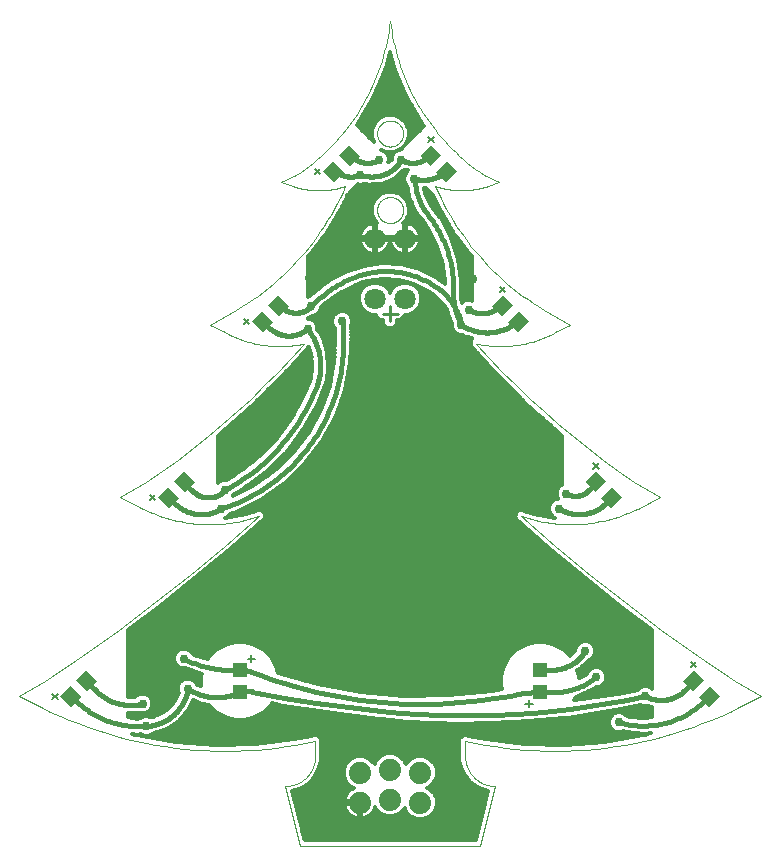
<source format=gbl>
G75*
%MOIN*%
%OFA0B0*%
%FSLAX25Y25*%
%IPPOS*%
%LPD*%
%AMOC8*
5,1,8,0,0,1.08239X$1,22.5*
%
%ADD10C,0.00200*%
%ADD11C,0.00000*%
%ADD12R,0.04724X0.05118*%
%ADD13C,0.00800*%
%ADD14R,0.05118X0.04724*%
%ADD15C,0.07400*%
%ADD16C,0.07087*%
%ADD17C,0.01000*%
%ADD18C,0.01200*%
%ADD19C,0.02977*%
%ADD20C,0.01600*%
D10*
X0003050Y0051600D02*
X0010550Y0047850D01*
X0003050Y0051600D02*
X0011800Y0056600D01*
X0044300Y0114100D02*
X0036800Y0117850D01*
X0045550Y0122850D01*
X0044300Y0114100D02*
X0045388Y0113573D01*
X0046487Y0113072D01*
X0047599Y0112598D01*
X0048722Y0112151D01*
X0049855Y0111731D01*
X0050998Y0111339D01*
X0052150Y0110974D01*
X0053311Y0110638D01*
X0054479Y0110329D01*
X0055655Y0110049D01*
X0056837Y0109798D01*
X0058025Y0109575D01*
X0059218Y0109381D01*
X0060415Y0109216D01*
X0061616Y0109080D01*
X0062819Y0108973D01*
X0064025Y0108895D01*
X0065233Y0108847D01*
X0066441Y0108827D01*
X0067650Y0108837D01*
X0068858Y0108876D01*
X0070064Y0108945D01*
X0071269Y0109042D01*
X0072471Y0109169D01*
X0073669Y0109324D01*
X0074863Y0109509D01*
X0076053Y0109722D01*
X0077237Y0109964D01*
X0078415Y0110235D01*
X0079585Y0110534D01*
X0080749Y0110862D01*
X0081904Y0111217D01*
X0083050Y0111600D01*
X0101800Y0036601D02*
X0098523Y0035916D01*
X0095230Y0035310D01*
X0091923Y0034785D01*
X0088605Y0034341D01*
X0085276Y0033978D01*
X0081940Y0033696D01*
X0078598Y0033495D01*
X0075252Y0033376D01*
X0071905Y0033338D01*
X0068557Y0033382D01*
X0065211Y0033507D01*
X0061870Y0033714D01*
X0058534Y0034002D01*
X0055206Y0034371D01*
X0051889Y0034821D01*
X0048583Y0035352D01*
X0045291Y0035963D01*
X0042015Y0036654D01*
X0038757Y0037425D01*
X0035519Y0038274D01*
X0032302Y0039203D01*
X0029109Y0040209D01*
X0025941Y0041293D01*
X0022801Y0042454D01*
X0019690Y0043691D01*
X0016610Y0045003D01*
X0013562Y0046390D01*
X0010550Y0047851D01*
X0091800Y0021600D02*
X0092042Y0021603D01*
X0092283Y0021612D01*
X0092524Y0021626D01*
X0092765Y0021647D01*
X0093005Y0021673D01*
X0093245Y0021705D01*
X0093484Y0021743D01*
X0093721Y0021786D01*
X0093958Y0021836D01*
X0094193Y0021891D01*
X0094427Y0021951D01*
X0094659Y0022018D01*
X0094890Y0022089D01*
X0095119Y0022167D01*
X0095346Y0022250D01*
X0095571Y0022338D01*
X0095794Y0022432D01*
X0096014Y0022531D01*
X0096232Y0022636D01*
X0096447Y0022745D01*
X0096660Y0022860D01*
X0096870Y0022980D01*
X0097076Y0023105D01*
X0097280Y0023235D01*
X0097481Y0023370D01*
X0097678Y0023510D01*
X0097872Y0023654D01*
X0098062Y0023803D01*
X0098248Y0023957D01*
X0098431Y0024115D01*
X0098610Y0024277D01*
X0098785Y0024444D01*
X0098956Y0024615D01*
X0099123Y0024790D01*
X0099285Y0024969D01*
X0099443Y0025152D01*
X0099597Y0025338D01*
X0099746Y0025528D01*
X0099890Y0025722D01*
X0100030Y0025919D01*
X0100165Y0026120D01*
X0100295Y0026324D01*
X0100420Y0026530D01*
X0100540Y0026740D01*
X0100655Y0026953D01*
X0100764Y0027168D01*
X0100869Y0027386D01*
X0100968Y0027606D01*
X0101062Y0027829D01*
X0101150Y0028054D01*
X0101233Y0028281D01*
X0101311Y0028510D01*
X0101382Y0028741D01*
X0101449Y0028973D01*
X0101509Y0029207D01*
X0101564Y0029442D01*
X0101614Y0029679D01*
X0101657Y0029916D01*
X0101695Y0030155D01*
X0101727Y0030395D01*
X0101753Y0030635D01*
X0101774Y0030876D01*
X0101788Y0031117D01*
X0101797Y0031358D01*
X0101800Y0031600D01*
X0101800Y0036600D01*
X0091800Y0021600D02*
X0096800Y0001600D01*
X0156800Y0001600D01*
X0161800Y0021600D01*
X0161558Y0021603D01*
X0161317Y0021612D01*
X0161076Y0021626D01*
X0160835Y0021647D01*
X0160595Y0021673D01*
X0160355Y0021705D01*
X0160116Y0021743D01*
X0159879Y0021786D01*
X0159642Y0021836D01*
X0159407Y0021891D01*
X0159173Y0021951D01*
X0158941Y0022018D01*
X0158710Y0022089D01*
X0158481Y0022167D01*
X0158254Y0022250D01*
X0158029Y0022338D01*
X0157806Y0022432D01*
X0157586Y0022531D01*
X0157368Y0022636D01*
X0157153Y0022745D01*
X0156940Y0022860D01*
X0156730Y0022980D01*
X0156524Y0023105D01*
X0156320Y0023235D01*
X0156119Y0023370D01*
X0155922Y0023510D01*
X0155728Y0023654D01*
X0155538Y0023803D01*
X0155352Y0023957D01*
X0155169Y0024115D01*
X0154990Y0024277D01*
X0154815Y0024444D01*
X0154644Y0024615D01*
X0154477Y0024790D01*
X0154315Y0024969D01*
X0154157Y0025152D01*
X0154003Y0025338D01*
X0153854Y0025528D01*
X0153710Y0025722D01*
X0153570Y0025919D01*
X0153435Y0026120D01*
X0153305Y0026324D01*
X0153180Y0026530D01*
X0153060Y0026740D01*
X0152945Y0026953D01*
X0152836Y0027168D01*
X0152731Y0027386D01*
X0152632Y0027606D01*
X0152538Y0027829D01*
X0152450Y0028054D01*
X0152367Y0028281D01*
X0152289Y0028510D01*
X0152218Y0028741D01*
X0152151Y0028973D01*
X0152091Y0029207D01*
X0152036Y0029442D01*
X0151986Y0029679D01*
X0151943Y0029916D01*
X0151905Y0030155D01*
X0151873Y0030395D01*
X0151847Y0030635D01*
X0151826Y0030876D01*
X0151812Y0031117D01*
X0151803Y0031358D01*
X0151800Y0031600D01*
X0151800Y0036600D01*
X0209300Y0114100D02*
X0216800Y0117850D01*
X0208050Y0122850D01*
X0209300Y0114100D02*
X0208212Y0113573D01*
X0207113Y0113072D01*
X0206001Y0112598D01*
X0204878Y0112151D01*
X0203745Y0111731D01*
X0202602Y0111339D01*
X0201450Y0110974D01*
X0200289Y0110638D01*
X0199121Y0110329D01*
X0197945Y0110049D01*
X0196763Y0109798D01*
X0195575Y0109575D01*
X0194382Y0109381D01*
X0193185Y0109216D01*
X0191984Y0109080D01*
X0190781Y0108973D01*
X0189575Y0108895D01*
X0188367Y0108847D01*
X0187159Y0108827D01*
X0185950Y0108837D01*
X0184742Y0108876D01*
X0183536Y0108945D01*
X0182331Y0109042D01*
X0181129Y0109169D01*
X0179931Y0109324D01*
X0178737Y0109509D01*
X0177547Y0109722D01*
X0176363Y0109964D01*
X0175185Y0110235D01*
X0174015Y0110534D01*
X0172851Y0110862D01*
X0171696Y0111217D01*
X0170550Y0111600D01*
X0151800Y0036601D02*
X0155077Y0035916D01*
X0158370Y0035310D01*
X0161677Y0034785D01*
X0164995Y0034341D01*
X0168324Y0033978D01*
X0171660Y0033696D01*
X0175002Y0033495D01*
X0178348Y0033376D01*
X0181695Y0033338D01*
X0185043Y0033382D01*
X0188389Y0033507D01*
X0191730Y0033714D01*
X0195066Y0034002D01*
X0198394Y0034371D01*
X0201711Y0034821D01*
X0205017Y0035352D01*
X0208309Y0035963D01*
X0211585Y0036654D01*
X0214843Y0037425D01*
X0218081Y0038274D01*
X0221298Y0039203D01*
X0224491Y0040209D01*
X0227659Y0041293D01*
X0230799Y0042454D01*
X0233910Y0043691D01*
X0236990Y0045003D01*
X0240038Y0046390D01*
X0243050Y0047851D01*
X0243050Y0047850D02*
X0250550Y0051600D01*
X0241800Y0056600D01*
X0181800Y0172850D02*
X0186800Y0175350D01*
X0178050Y0180350D01*
X0181800Y0172850D02*
X0181003Y0172426D01*
X0180196Y0172021D01*
X0179379Y0171635D01*
X0178553Y0171270D01*
X0177719Y0170924D01*
X0176876Y0170598D01*
X0176027Y0170292D01*
X0175170Y0170007D01*
X0174306Y0169742D01*
X0173437Y0169499D01*
X0172561Y0169276D01*
X0171681Y0169074D01*
X0170796Y0168893D01*
X0169908Y0168733D01*
X0169015Y0168595D01*
X0168120Y0168477D01*
X0167222Y0168382D01*
X0166321Y0168308D01*
X0165420Y0168255D01*
X0164517Y0168224D01*
X0163614Y0168215D01*
X0162711Y0168227D01*
X0161809Y0168261D01*
X0160907Y0168317D01*
X0160007Y0168394D01*
X0159110Y0168492D01*
X0158214Y0168612D01*
X0157322Y0168753D01*
X0156434Y0168916D01*
X0155550Y0169100D01*
X0159300Y0221600D02*
X0163050Y0222850D01*
X0158050Y0225350D01*
X0159300Y0221600D02*
X0158672Y0221399D01*
X0158039Y0221213D01*
X0157402Y0221042D01*
X0156762Y0220886D01*
X0156117Y0220746D01*
X0155470Y0220621D01*
X0154819Y0220511D01*
X0154167Y0220417D01*
X0153512Y0220339D01*
X0152855Y0220276D01*
X0152198Y0220229D01*
X0151539Y0220198D01*
X0150880Y0220182D01*
X0150220Y0220182D01*
X0149561Y0220198D01*
X0148902Y0220229D01*
X0148245Y0220276D01*
X0147588Y0220339D01*
X0146933Y0220417D01*
X0146281Y0220511D01*
X0145630Y0220621D01*
X0144983Y0220746D01*
X0144338Y0220886D01*
X0143698Y0221042D01*
X0143061Y0221213D01*
X0142428Y0221399D01*
X0141800Y0221600D01*
X0111800Y0221600D02*
X0111172Y0221399D01*
X0110539Y0221213D01*
X0109902Y0221042D01*
X0109262Y0220886D01*
X0108617Y0220746D01*
X0107970Y0220621D01*
X0107319Y0220511D01*
X0106667Y0220417D01*
X0106012Y0220339D01*
X0105355Y0220276D01*
X0104698Y0220229D01*
X0104039Y0220198D01*
X0103380Y0220182D01*
X0102720Y0220182D01*
X0102061Y0220198D01*
X0101402Y0220229D01*
X0100745Y0220276D01*
X0100088Y0220339D01*
X0099433Y0220417D01*
X0098781Y0220511D01*
X0098130Y0220621D01*
X0097483Y0220746D01*
X0096838Y0220886D01*
X0096198Y0221042D01*
X0095561Y0221213D01*
X0094928Y0221399D01*
X0094300Y0221600D01*
X0090550Y0222850D01*
X0095550Y0225350D01*
X0098050Y0169100D02*
X0097166Y0168916D01*
X0096278Y0168753D01*
X0095386Y0168612D01*
X0094490Y0168492D01*
X0093593Y0168394D01*
X0092693Y0168317D01*
X0091791Y0168261D01*
X0090889Y0168227D01*
X0089986Y0168215D01*
X0089083Y0168224D01*
X0088180Y0168255D01*
X0087279Y0168308D01*
X0086378Y0168382D01*
X0085480Y0168477D01*
X0084585Y0168595D01*
X0083692Y0168733D01*
X0082804Y0168893D01*
X0081919Y0169074D01*
X0081039Y0169276D01*
X0080163Y0169499D01*
X0079294Y0169742D01*
X0078430Y0170007D01*
X0077573Y0170292D01*
X0076724Y0170598D01*
X0075881Y0170924D01*
X0075047Y0171270D01*
X0074221Y0171635D01*
X0073404Y0172021D01*
X0072597Y0172426D01*
X0071800Y0172850D01*
X0066800Y0175350D01*
X0075550Y0180350D01*
X0077381Y0181471D01*
X0079184Y0182636D01*
X0080959Y0183844D01*
X0082704Y0185094D01*
X0084419Y0186386D01*
X0086102Y0187718D01*
X0087753Y0189091D01*
X0089370Y0190502D01*
X0090953Y0191953D01*
X0092501Y0193441D01*
X0094012Y0194965D01*
X0095486Y0196526D01*
X0096923Y0198121D01*
X0098320Y0199751D01*
X0099679Y0201413D01*
X0100996Y0203108D01*
X0102273Y0204834D01*
X0103508Y0206590D01*
X0104700Y0208375D01*
X0105849Y0210189D01*
X0106954Y0212029D01*
X0108015Y0213896D01*
X0109030Y0215787D01*
X0110000Y0217702D01*
X0110923Y0219640D01*
X0111800Y0221600D01*
X0095550Y0225350D02*
X0096971Y0226321D01*
X0098369Y0227326D01*
X0099742Y0228365D01*
X0101089Y0229437D01*
X0102409Y0230541D01*
X0103703Y0231676D01*
X0104969Y0232843D01*
X0106206Y0234040D01*
X0107414Y0235267D01*
X0108591Y0236522D01*
X0109738Y0237806D01*
X0110854Y0239117D01*
X0111937Y0240454D01*
X0112988Y0241818D01*
X0114005Y0243206D01*
X0114989Y0244619D01*
X0115938Y0246055D01*
X0116852Y0247514D01*
X0117730Y0248994D01*
X0118572Y0250496D01*
X0119378Y0252017D01*
X0120146Y0253557D01*
X0120877Y0255116D01*
X0121570Y0256691D01*
X0122225Y0258284D01*
X0122841Y0259891D01*
X0123418Y0261513D01*
X0123955Y0263148D01*
X0124452Y0264796D01*
X0124910Y0266456D01*
X0125327Y0268126D01*
X0125704Y0269805D01*
X0126039Y0271494D01*
X0126334Y0273190D01*
X0126588Y0274892D01*
X0126800Y0276600D01*
X0127012Y0274892D01*
X0127266Y0273190D01*
X0127561Y0271494D01*
X0127896Y0269805D01*
X0128273Y0268126D01*
X0128690Y0266456D01*
X0129148Y0264796D01*
X0129645Y0263148D01*
X0130182Y0261513D01*
X0130759Y0259891D01*
X0131375Y0258284D01*
X0132030Y0256691D01*
X0132723Y0255116D01*
X0133454Y0253557D01*
X0134222Y0252017D01*
X0135028Y0250496D01*
X0135870Y0248994D01*
X0136748Y0247514D01*
X0137662Y0246055D01*
X0138611Y0244619D01*
X0139595Y0243206D01*
X0140612Y0241818D01*
X0141663Y0240454D01*
X0142746Y0239117D01*
X0143862Y0237806D01*
X0145009Y0236522D01*
X0146186Y0235267D01*
X0147394Y0234040D01*
X0148631Y0232843D01*
X0149897Y0231676D01*
X0151191Y0230541D01*
X0152511Y0229437D01*
X0153858Y0228365D01*
X0155231Y0227326D01*
X0156629Y0226321D01*
X0158050Y0225350D01*
X0141800Y0221600D02*
X0142677Y0219640D01*
X0143600Y0217702D01*
X0144570Y0215787D01*
X0145585Y0213896D01*
X0146646Y0212029D01*
X0147751Y0210189D01*
X0148900Y0208375D01*
X0150092Y0206590D01*
X0151327Y0204834D01*
X0152604Y0203108D01*
X0153921Y0201413D01*
X0155280Y0199751D01*
X0156677Y0198121D01*
X0158114Y0196526D01*
X0159588Y0194965D01*
X0161099Y0193441D01*
X0162647Y0191953D01*
X0164230Y0190502D01*
X0165847Y0189091D01*
X0167498Y0187718D01*
X0169181Y0186386D01*
X0170896Y0185094D01*
X0172641Y0183844D01*
X0174416Y0182636D01*
X0176219Y0181471D01*
X0178050Y0180350D01*
X0155550Y0169100D02*
X0159829Y0164372D01*
X0164214Y0159742D01*
X0168702Y0155212D01*
X0173291Y0150784D01*
X0177980Y0146462D01*
X0182765Y0142247D01*
X0187644Y0138141D01*
X0192614Y0134146D01*
X0197674Y0130265D01*
X0202820Y0126499D01*
X0208050Y0122850D01*
X0170549Y0111600D02*
X0181855Y0101719D01*
X0193397Y0092117D01*
X0205170Y0082798D01*
X0217166Y0073769D01*
X0229378Y0065034D01*
X0241799Y0056600D01*
X0098050Y0169100D02*
X0093771Y0164372D01*
X0089386Y0159742D01*
X0084898Y0155212D01*
X0080309Y0150784D01*
X0075620Y0146462D01*
X0070835Y0142247D01*
X0065956Y0138141D01*
X0060986Y0134146D01*
X0055926Y0130265D01*
X0050780Y0126499D01*
X0045550Y0122850D01*
X0083051Y0111600D02*
X0071745Y0101719D01*
X0060203Y0092117D01*
X0048430Y0082798D01*
X0036434Y0073769D01*
X0024222Y0065034D01*
X0011801Y0056600D01*
D11*
X0122469Y0213600D02*
X0122471Y0213731D01*
X0122477Y0213863D01*
X0122487Y0213994D01*
X0122501Y0214125D01*
X0122519Y0214255D01*
X0122541Y0214384D01*
X0122566Y0214513D01*
X0122596Y0214641D01*
X0122630Y0214768D01*
X0122667Y0214895D01*
X0122708Y0215019D01*
X0122753Y0215143D01*
X0122802Y0215265D01*
X0122854Y0215386D01*
X0122910Y0215504D01*
X0122970Y0215622D01*
X0123033Y0215737D01*
X0123100Y0215850D01*
X0123170Y0215962D01*
X0123243Y0216071D01*
X0123319Y0216177D01*
X0123399Y0216282D01*
X0123482Y0216384D01*
X0123568Y0216483D01*
X0123657Y0216580D01*
X0123749Y0216674D01*
X0123844Y0216765D01*
X0123941Y0216854D01*
X0124041Y0216939D01*
X0124144Y0217021D01*
X0124249Y0217100D01*
X0124356Y0217176D01*
X0124466Y0217248D01*
X0124578Y0217317D01*
X0124692Y0217383D01*
X0124807Y0217445D01*
X0124925Y0217504D01*
X0125044Y0217559D01*
X0125165Y0217611D01*
X0125288Y0217658D01*
X0125412Y0217702D01*
X0125537Y0217743D01*
X0125663Y0217779D01*
X0125791Y0217812D01*
X0125919Y0217840D01*
X0126048Y0217865D01*
X0126178Y0217886D01*
X0126308Y0217903D01*
X0126439Y0217916D01*
X0126570Y0217925D01*
X0126701Y0217930D01*
X0126833Y0217931D01*
X0126964Y0217928D01*
X0127096Y0217921D01*
X0127227Y0217910D01*
X0127357Y0217895D01*
X0127487Y0217876D01*
X0127617Y0217853D01*
X0127745Y0217827D01*
X0127873Y0217796D01*
X0128000Y0217761D01*
X0128126Y0217723D01*
X0128250Y0217681D01*
X0128374Y0217635D01*
X0128495Y0217585D01*
X0128615Y0217532D01*
X0128734Y0217475D01*
X0128851Y0217415D01*
X0128965Y0217351D01*
X0129078Y0217283D01*
X0129189Y0217212D01*
X0129298Y0217138D01*
X0129404Y0217061D01*
X0129508Y0216980D01*
X0129609Y0216897D01*
X0129708Y0216810D01*
X0129804Y0216720D01*
X0129897Y0216627D01*
X0129988Y0216532D01*
X0130075Y0216434D01*
X0130160Y0216333D01*
X0130241Y0216230D01*
X0130319Y0216124D01*
X0130394Y0216016D01*
X0130466Y0215906D01*
X0130534Y0215794D01*
X0130599Y0215680D01*
X0130660Y0215563D01*
X0130718Y0215445D01*
X0130772Y0215325D01*
X0130823Y0215204D01*
X0130870Y0215081D01*
X0130913Y0214957D01*
X0130952Y0214832D01*
X0130988Y0214705D01*
X0131019Y0214577D01*
X0131047Y0214449D01*
X0131071Y0214320D01*
X0131091Y0214190D01*
X0131107Y0214059D01*
X0131119Y0213928D01*
X0131127Y0213797D01*
X0131131Y0213666D01*
X0131131Y0213534D01*
X0131127Y0213403D01*
X0131119Y0213272D01*
X0131107Y0213141D01*
X0131091Y0213010D01*
X0131071Y0212880D01*
X0131047Y0212751D01*
X0131019Y0212623D01*
X0130988Y0212495D01*
X0130952Y0212368D01*
X0130913Y0212243D01*
X0130870Y0212119D01*
X0130823Y0211996D01*
X0130772Y0211875D01*
X0130718Y0211755D01*
X0130660Y0211637D01*
X0130599Y0211520D01*
X0130534Y0211406D01*
X0130466Y0211294D01*
X0130394Y0211184D01*
X0130319Y0211076D01*
X0130241Y0210970D01*
X0130160Y0210867D01*
X0130075Y0210766D01*
X0129988Y0210668D01*
X0129897Y0210573D01*
X0129804Y0210480D01*
X0129708Y0210390D01*
X0129609Y0210303D01*
X0129508Y0210220D01*
X0129404Y0210139D01*
X0129298Y0210062D01*
X0129189Y0209988D01*
X0129078Y0209917D01*
X0128966Y0209849D01*
X0128851Y0209785D01*
X0128734Y0209725D01*
X0128615Y0209668D01*
X0128495Y0209615D01*
X0128374Y0209565D01*
X0128250Y0209519D01*
X0128126Y0209477D01*
X0128000Y0209439D01*
X0127873Y0209404D01*
X0127745Y0209373D01*
X0127617Y0209347D01*
X0127487Y0209324D01*
X0127357Y0209305D01*
X0127227Y0209290D01*
X0127096Y0209279D01*
X0126964Y0209272D01*
X0126833Y0209269D01*
X0126701Y0209270D01*
X0126570Y0209275D01*
X0126439Y0209284D01*
X0126308Y0209297D01*
X0126178Y0209314D01*
X0126048Y0209335D01*
X0125919Y0209360D01*
X0125791Y0209388D01*
X0125663Y0209421D01*
X0125537Y0209457D01*
X0125412Y0209498D01*
X0125288Y0209542D01*
X0125165Y0209589D01*
X0125044Y0209641D01*
X0124925Y0209696D01*
X0124807Y0209755D01*
X0124692Y0209817D01*
X0124578Y0209883D01*
X0124466Y0209952D01*
X0124356Y0210024D01*
X0124249Y0210100D01*
X0124144Y0210179D01*
X0124041Y0210261D01*
X0123941Y0210346D01*
X0123844Y0210435D01*
X0123749Y0210526D01*
X0123657Y0210620D01*
X0123568Y0210717D01*
X0123482Y0210816D01*
X0123399Y0210918D01*
X0123319Y0211023D01*
X0123243Y0211129D01*
X0123170Y0211238D01*
X0123100Y0211350D01*
X0123033Y0211463D01*
X0122970Y0211578D01*
X0122910Y0211696D01*
X0122854Y0211814D01*
X0122802Y0211935D01*
X0122753Y0212057D01*
X0122708Y0212181D01*
X0122667Y0212305D01*
X0122630Y0212432D01*
X0122596Y0212559D01*
X0122566Y0212687D01*
X0122541Y0212816D01*
X0122519Y0212945D01*
X0122501Y0213075D01*
X0122487Y0213206D01*
X0122477Y0213337D01*
X0122471Y0213469D01*
X0122469Y0213600D01*
X0122469Y0239100D02*
X0122471Y0239231D01*
X0122477Y0239363D01*
X0122487Y0239494D01*
X0122501Y0239625D01*
X0122519Y0239755D01*
X0122541Y0239884D01*
X0122566Y0240013D01*
X0122596Y0240141D01*
X0122630Y0240268D01*
X0122667Y0240395D01*
X0122708Y0240519D01*
X0122753Y0240643D01*
X0122802Y0240765D01*
X0122854Y0240886D01*
X0122910Y0241004D01*
X0122970Y0241122D01*
X0123033Y0241237D01*
X0123100Y0241350D01*
X0123170Y0241462D01*
X0123243Y0241571D01*
X0123319Y0241677D01*
X0123399Y0241782D01*
X0123482Y0241884D01*
X0123568Y0241983D01*
X0123657Y0242080D01*
X0123749Y0242174D01*
X0123844Y0242265D01*
X0123941Y0242354D01*
X0124041Y0242439D01*
X0124144Y0242521D01*
X0124249Y0242600D01*
X0124356Y0242676D01*
X0124466Y0242748D01*
X0124578Y0242817D01*
X0124692Y0242883D01*
X0124807Y0242945D01*
X0124925Y0243004D01*
X0125044Y0243059D01*
X0125165Y0243111D01*
X0125288Y0243158D01*
X0125412Y0243202D01*
X0125537Y0243243D01*
X0125663Y0243279D01*
X0125791Y0243312D01*
X0125919Y0243340D01*
X0126048Y0243365D01*
X0126178Y0243386D01*
X0126308Y0243403D01*
X0126439Y0243416D01*
X0126570Y0243425D01*
X0126701Y0243430D01*
X0126833Y0243431D01*
X0126964Y0243428D01*
X0127096Y0243421D01*
X0127227Y0243410D01*
X0127357Y0243395D01*
X0127487Y0243376D01*
X0127617Y0243353D01*
X0127745Y0243327D01*
X0127873Y0243296D01*
X0128000Y0243261D01*
X0128126Y0243223D01*
X0128250Y0243181D01*
X0128374Y0243135D01*
X0128495Y0243085D01*
X0128615Y0243032D01*
X0128734Y0242975D01*
X0128851Y0242915D01*
X0128965Y0242851D01*
X0129078Y0242783D01*
X0129189Y0242712D01*
X0129298Y0242638D01*
X0129404Y0242561D01*
X0129508Y0242480D01*
X0129609Y0242397D01*
X0129708Y0242310D01*
X0129804Y0242220D01*
X0129897Y0242127D01*
X0129988Y0242032D01*
X0130075Y0241934D01*
X0130160Y0241833D01*
X0130241Y0241730D01*
X0130319Y0241624D01*
X0130394Y0241516D01*
X0130466Y0241406D01*
X0130534Y0241294D01*
X0130599Y0241180D01*
X0130660Y0241063D01*
X0130718Y0240945D01*
X0130772Y0240825D01*
X0130823Y0240704D01*
X0130870Y0240581D01*
X0130913Y0240457D01*
X0130952Y0240332D01*
X0130988Y0240205D01*
X0131019Y0240077D01*
X0131047Y0239949D01*
X0131071Y0239820D01*
X0131091Y0239690D01*
X0131107Y0239559D01*
X0131119Y0239428D01*
X0131127Y0239297D01*
X0131131Y0239166D01*
X0131131Y0239034D01*
X0131127Y0238903D01*
X0131119Y0238772D01*
X0131107Y0238641D01*
X0131091Y0238510D01*
X0131071Y0238380D01*
X0131047Y0238251D01*
X0131019Y0238123D01*
X0130988Y0237995D01*
X0130952Y0237868D01*
X0130913Y0237743D01*
X0130870Y0237619D01*
X0130823Y0237496D01*
X0130772Y0237375D01*
X0130718Y0237255D01*
X0130660Y0237137D01*
X0130599Y0237020D01*
X0130534Y0236906D01*
X0130466Y0236794D01*
X0130394Y0236684D01*
X0130319Y0236576D01*
X0130241Y0236470D01*
X0130160Y0236367D01*
X0130075Y0236266D01*
X0129988Y0236168D01*
X0129897Y0236073D01*
X0129804Y0235980D01*
X0129708Y0235890D01*
X0129609Y0235803D01*
X0129508Y0235720D01*
X0129404Y0235639D01*
X0129298Y0235562D01*
X0129189Y0235488D01*
X0129078Y0235417D01*
X0128966Y0235349D01*
X0128851Y0235285D01*
X0128734Y0235225D01*
X0128615Y0235168D01*
X0128495Y0235115D01*
X0128374Y0235065D01*
X0128250Y0235019D01*
X0128126Y0234977D01*
X0128000Y0234939D01*
X0127873Y0234904D01*
X0127745Y0234873D01*
X0127617Y0234847D01*
X0127487Y0234824D01*
X0127357Y0234805D01*
X0127227Y0234790D01*
X0127096Y0234779D01*
X0126964Y0234772D01*
X0126833Y0234769D01*
X0126701Y0234770D01*
X0126570Y0234775D01*
X0126439Y0234784D01*
X0126308Y0234797D01*
X0126178Y0234814D01*
X0126048Y0234835D01*
X0125919Y0234860D01*
X0125791Y0234888D01*
X0125663Y0234921D01*
X0125537Y0234957D01*
X0125412Y0234998D01*
X0125288Y0235042D01*
X0125165Y0235089D01*
X0125044Y0235141D01*
X0124925Y0235196D01*
X0124807Y0235255D01*
X0124692Y0235317D01*
X0124578Y0235383D01*
X0124466Y0235452D01*
X0124356Y0235524D01*
X0124249Y0235600D01*
X0124144Y0235679D01*
X0124041Y0235761D01*
X0123941Y0235846D01*
X0123844Y0235935D01*
X0123749Y0236026D01*
X0123657Y0236120D01*
X0123568Y0236217D01*
X0123482Y0236316D01*
X0123399Y0236418D01*
X0123319Y0236523D01*
X0123243Y0236629D01*
X0123170Y0236738D01*
X0123100Y0236850D01*
X0123033Y0236963D01*
X0122970Y0237078D01*
X0122910Y0237196D01*
X0122854Y0237314D01*
X0122802Y0237435D01*
X0122753Y0237557D01*
X0122708Y0237681D01*
X0122667Y0237805D01*
X0122630Y0237932D01*
X0122596Y0238059D01*
X0122566Y0238187D01*
X0122541Y0238316D01*
X0122519Y0238445D01*
X0122501Y0238575D01*
X0122487Y0238706D01*
X0122477Y0238837D01*
X0122471Y0238969D01*
X0122469Y0239100D01*
D12*
G36*
X0116681Y0231613D02*
X0113341Y0228273D01*
X0109723Y0231891D01*
X0113063Y0235231D01*
X0116681Y0231613D01*
G37*
G36*
X0111377Y0226309D02*
X0108037Y0222969D01*
X0104419Y0226587D01*
X0107759Y0229927D01*
X0111377Y0226309D01*
G37*
G36*
X0140259Y0228273D02*
X0136919Y0231613D01*
X0140537Y0235231D01*
X0143877Y0231891D01*
X0140259Y0228273D01*
G37*
G36*
X0145563Y0222969D02*
X0142223Y0226309D01*
X0145841Y0229927D01*
X0149181Y0226587D01*
X0145563Y0222969D01*
G37*
G36*
X0164009Y0178273D02*
X0160669Y0181613D01*
X0164287Y0185231D01*
X0167627Y0181891D01*
X0164009Y0178273D01*
G37*
G36*
X0169313Y0172969D02*
X0165973Y0176309D01*
X0169591Y0179927D01*
X0172931Y0176587D01*
X0169313Y0172969D01*
G37*
G36*
X0195259Y0119523D02*
X0191919Y0122863D01*
X0195537Y0126481D01*
X0198877Y0123141D01*
X0195259Y0119523D01*
G37*
G36*
X0200563Y0114219D02*
X0197223Y0117559D01*
X0200841Y0121177D01*
X0204181Y0117837D01*
X0200563Y0114219D01*
G37*
G36*
X0227759Y0053273D02*
X0224419Y0056613D01*
X0228037Y0060231D01*
X0231377Y0056891D01*
X0227759Y0053273D01*
G37*
G36*
X0233063Y0047969D02*
X0229723Y0051309D01*
X0233341Y0054927D01*
X0236681Y0051587D01*
X0233063Y0047969D01*
G37*
G36*
X0092931Y0181613D02*
X0089591Y0178273D01*
X0085973Y0181891D01*
X0089313Y0185231D01*
X0092931Y0181613D01*
G37*
G36*
X0087627Y0176309D02*
X0084287Y0172969D01*
X0080669Y0176587D01*
X0084009Y0179927D01*
X0087627Y0176309D01*
G37*
G36*
X0061681Y0122863D02*
X0058341Y0119523D01*
X0054723Y0123141D01*
X0058063Y0126481D01*
X0061681Y0122863D01*
G37*
G36*
X0056377Y0117559D02*
X0053037Y0114219D01*
X0049419Y0117837D01*
X0052759Y0121177D01*
X0056377Y0117559D01*
G37*
G36*
X0029181Y0056613D02*
X0025841Y0053273D01*
X0022223Y0056891D01*
X0025563Y0060231D01*
X0029181Y0056613D01*
G37*
G36*
X0023877Y0051309D02*
X0020537Y0047969D01*
X0016919Y0051587D01*
X0020259Y0054927D01*
X0023877Y0051309D01*
G37*
D13*
X0015979Y0050564D02*
X0014211Y0052332D01*
X0015979Y0052332D02*
X0014211Y0050564D01*
X0046711Y0116814D02*
X0048479Y0118582D01*
X0048479Y0116814D02*
X0046711Y0118582D01*
X0080550Y0065350D02*
X0080550Y0062850D01*
X0079300Y0064100D02*
X0081800Y0064100D01*
X0171800Y0049100D02*
X0174300Y0049100D01*
X0173050Y0050350D02*
X0173050Y0047850D01*
X0227014Y0061171D02*
X0228782Y0062939D01*
X0228782Y0061171D02*
X0227014Y0062939D01*
X0196282Y0127421D02*
X0194514Y0129189D01*
X0194514Y0127421D02*
X0196282Y0129189D01*
X0165032Y0186171D02*
X0163264Y0187939D01*
X0163264Y0186171D02*
X0165032Y0187939D01*
X0141282Y0236171D02*
X0139514Y0237939D01*
X0139514Y0236171D02*
X0141282Y0237939D01*
X0103479Y0227332D02*
X0101711Y0225564D01*
X0103479Y0225564D02*
X0101711Y0227332D01*
X0079729Y0177332D02*
X0077961Y0175564D01*
X0079729Y0175564D02*
X0077961Y0177332D01*
D14*
X0076800Y0060350D03*
X0076800Y0052850D03*
X0176800Y0052850D03*
X0176800Y0060350D03*
D15*
X0136800Y0026100D03*
X0126800Y0027100D03*
X0126800Y0017100D03*
X0136800Y0016100D03*
X0116800Y0016100D03*
X0116800Y0026100D03*
D16*
X0121800Y0184100D03*
X0131800Y0184100D03*
X0131800Y0204100D03*
X0121800Y0204100D03*
D17*
X0126800Y0181600D02*
X0126800Y0176600D01*
X0124300Y0179100D02*
X0129300Y0179100D01*
D18*
X0039400Y0046012D02*
X0039400Y0044487D01*
X0042557Y0044105D01*
X0043432Y0044132D01*
X0043687Y0044388D01*
X0044896Y0044888D01*
X0046204Y0044888D01*
X0047234Y0044462D01*
X0050175Y0045463D01*
X0052898Y0047330D01*
X0055015Y0049863D01*
X0056307Y0052732D01*
X0056011Y0053446D01*
X0056011Y0054754D01*
X0056512Y0055963D01*
X0057437Y0056888D01*
X0058646Y0057388D01*
X0059954Y0057388D01*
X0061163Y0056888D01*
X0062088Y0055963D01*
X0062334Y0055369D01*
X0063842Y0054807D01*
X0063820Y0054891D01*
X0063820Y0058309D01*
X0063978Y0058899D01*
X0059316Y0060478D01*
X0059316Y0060478D01*
X0058691Y0060811D01*
X0057396Y0060811D01*
X0056187Y0061312D01*
X0055262Y0062237D01*
X0054761Y0063446D01*
X0054761Y0064754D01*
X0055262Y0065963D01*
X0056187Y0066888D01*
X0057396Y0067388D01*
X0058704Y0067388D01*
X0059913Y0066888D01*
X0060838Y0065963D01*
X0061005Y0065560D01*
X0061426Y0065356D01*
X0065950Y0063824D01*
X0065980Y0063819D01*
X0066413Y0064570D01*
X0068830Y0066987D01*
X0071790Y0068696D01*
X0075091Y0069580D01*
X0078509Y0069580D01*
X0081810Y0068696D01*
X0084770Y0066987D01*
X0087187Y0064570D01*
X0088896Y0061610D01*
X0089519Y0059284D01*
X0102636Y0055574D01*
X0116983Y0052955D01*
X0131514Y0051709D01*
X0146098Y0051849D01*
X0160603Y0053372D01*
X0164062Y0053987D01*
X0163820Y0054891D01*
X0163820Y0058309D01*
X0164704Y0061610D01*
X0166413Y0064570D01*
X0168830Y0066987D01*
X0171790Y0068696D01*
X0175091Y0069580D01*
X0178509Y0069580D01*
X0181810Y0068696D01*
X0184770Y0066987D01*
X0186781Y0064976D01*
X0186858Y0065019D01*
X0188511Y0066593D01*
X0188511Y0067254D01*
X0189012Y0068463D01*
X0189937Y0069388D01*
X0191146Y0069888D01*
X0192454Y0069888D01*
X0193663Y0069388D01*
X0194588Y0068463D01*
X0195088Y0067254D01*
X0195088Y0065946D01*
X0194588Y0064737D01*
X0193663Y0063812D01*
X0192942Y0063513D01*
X0192940Y0063511D01*
X0192940Y0063511D01*
X0190013Y0060726D01*
X0189247Y0060300D01*
X0189780Y0058309D01*
X0189780Y0057581D01*
X0191995Y0058594D01*
X0192416Y0058876D01*
X0192762Y0059713D01*
X0193687Y0060638D01*
X0194896Y0061138D01*
X0196204Y0061138D01*
X0197413Y0060638D01*
X0198338Y0059713D01*
X0198838Y0058504D01*
X0198838Y0057196D01*
X0198338Y0055987D01*
X0197413Y0055062D01*
X0196204Y0054561D01*
X0195499Y0054561D01*
X0194733Y0053987D01*
X0194733Y0053987D01*
X0189328Y0051515D01*
X0189328Y0051515D01*
X0188784Y0051396D01*
X0188063Y0050147D01*
X0202649Y0052391D01*
X0209292Y0053743D01*
X0209937Y0054388D01*
X0211146Y0054888D01*
X0212454Y0054888D01*
X0213663Y0054388D01*
X0214200Y0053851D01*
X0214200Y0073589D01*
X0203897Y0081149D01*
X0203897Y0081149D01*
X0180503Y0100134D01*
X0180503Y0100134D01*
X0169566Y0109931D01*
X0169182Y0110064D01*
X0169003Y0110435D01*
X0168696Y0110710D01*
X0168674Y0111115D01*
X0168497Y0111481D01*
X0168632Y0111870D01*
X0168610Y0112281D01*
X0168881Y0112584D01*
X0169014Y0112968D01*
X0169385Y0113147D01*
X0169660Y0113454D01*
X0170065Y0113476D01*
X0170431Y0113653D01*
X0170820Y0113518D01*
X0171231Y0113540D01*
X0171507Y0113293D01*
X0174844Y0112280D01*
X0181838Y0111042D01*
X0181187Y0111312D01*
X0180262Y0112237D01*
X0179761Y0113446D01*
X0179761Y0114754D01*
X0180262Y0115963D01*
X0181187Y0116888D01*
X0182396Y0117388D01*
X0182699Y0117388D01*
X0182261Y0118446D01*
X0182261Y0119754D01*
X0182762Y0120963D01*
X0183687Y0121888D01*
X0184200Y0122100D01*
X0184200Y0138426D01*
X0172478Y0148752D01*
X0172478Y0148752D01*
X0159978Y0161227D01*
X0155451Y0166345D01*
X0155327Y0166396D01*
X0154596Y0167127D01*
X0154488Y0167389D01*
X0154373Y0167414D01*
X0154029Y0167952D01*
X0153605Y0168431D01*
X0153616Y0168598D01*
X0153525Y0168740D01*
X0153663Y0169364D01*
X0153702Y0170002D01*
X0153828Y0170113D01*
X0153864Y0170277D01*
X0154200Y0170492D01*
X0154200Y0170841D01*
X0151241Y0171770D01*
X0151241Y0171770D01*
X0150802Y0172061D01*
X0149896Y0172061D01*
X0148687Y0172562D01*
X0147762Y0173487D01*
X0147261Y0174696D01*
X0147261Y0175915D01*
X0147213Y0176002D01*
X0147213Y0176002D01*
X0145797Y0180149D01*
X0145797Y0180149D01*
X0145738Y0180544D01*
X0143231Y0183701D01*
X0141699Y0185051D01*
X0141699Y0185051D01*
X0139536Y0186573D01*
X0134808Y0188932D01*
X0129706Y0190303D01*
X0124433Y0190630D01*
X0119200Y0189901D01*
X0116664Y0189148D01*
X0116664Y0189148D01*
X0114008Y0188090D01*
X0108994Y0185351D01*
X0104484Y0181844D01*
X0103838Y0181204D01*
X0103838Y0180946D01*
X0103338Y0179737D01*
X0102413Y0178812D01*
X0101204Y0178311D01*
X0100741Y0178311D01*
X0099400Y0177610D01*
X0099400Y0177388D01*
X0099954Y0177388D01*
X0101163Y0176888D01*
X0102088Y0175963D01*
X0102588Y0174754D01*
X0102588Y0173673D01*
X0103296Y0172494D01*
X0103296Y0172494D01*
X0104287Y0170841D01*
X0104287Y0170841D01*
X0105805Y0166192D01*
X0105805Y0166192D01*
X0106248Y0161322D01*
X0106248Y0161322D01*
X0105593Y0156475D01*
X0105593Y0156475D01*
X0104916Y0154670D01*
X0104916Y0154670D01*
X0104734Y0154186D01*
X0104702Y0154100D01*
X0104552Y0153702D01*
X0104552Y0153702D01*
X0103004Y0149578D01*
X0103004Y0149578D01*
X0098254Y0140956D01*
X0098254Y0140956D01*
X0092311Y0133108D01*
X0092311Y0133108D01*
X0085300Y0126197D01*
X0085300Y0126197D01*
X0077367Y0120368D01*
X0077367Y0120368D01*
X0074801Y0119002D01*
X0074588Y0118487D01*
X0074493Y0118393D01*
X0081421Y0121851D01*
X0088396Y0126788D01*
X0094535Y0132730D01*
X0099698Y0139539D01*
X0103761Y0147056D01*
X0106631Y0155104D01*
X0108241Y0163496D01*
X0108552Y0172035D01*
X0108368Y0174381D01*
X0108012Y0174737D01*
X0107511Y0175946D01*
X0107511Y0177254D01*
X0108012Y0178463D01*
X0108937Y0179388D01*
X0110146Y0179888D01*
X0111454Y0179888D01*
X0112663Y0179388D01*
X0113588Y0178463D01*
X0114088Y0177254D01*
X0114088Y0175946D01*
X0113625Y0174828D01*
X0113927Y0172251D01*
X0113927Y0172251D01*
X0113586Y0162890D01*
X0113586Y0162890D01*
X0111821Y0153690D01*
X0111821Y0153690D01*
X0108675Y0144867D01*
X0108675Y0144867D01*
X0104220Y0136627D01*
X0104220Y0136627D01*
X0098561Y0129162D01*
X0098561Y0129162D01*
X0091830Y0122648D01*
X0091830Y0122648D01*
X0084185Y0117235D01*
X0084185Y0117235D01*
X0075803Y0113052D01*
X0073350Y0112267D01*
X0073338Y0112237D01*
X0072413Y0111312D01*
X0071762Y0111042D01*
X0078756Y0112280D01*
X0082093Y0113293D01*
X0082369Y0113540D01*
X0082780Y0113518D01*
X0083169Y0113653D01*
X0083535Y0113476D01*
X0083940Y0113454D01*
X0084215Y0113147D01*
X0084586Y0112968D01*
X0084719Y0112584D01*
X0084990Y0112281D01*
X0084968Y0111870D01*
X0085103Y0111481D01*
X0084926Y0111115D01*
X0084904Y0110710D01*
X0084597Y0110435D01*
X0084418Y0110064D01*
X0084034Y0109931D01*
X0073097Y0100134D01*
X0073097Y0100134D01*
X0049703Y0081149D01*
X0049703Y0081149D01*
X0039400Y0073589D01*
X0039400Y0051342D01*
X0041812Y0051283D01*
X0041836Y0051287D01*
X0042437Y0051888D01*
X0043646Y0052388D01*
X0044954Y0052388D01*
X0046163Y0051888D01*
X0047088Y0050963D01*
X0047588Y0049754D01*
X0047588Y0048446D01*
X0047088Y0047237D01*
X0046163Y0046312D01*
X0044954Y0045811D01*
X0043646Y0045811D01*
X0042988Y0046084D01*
X0042414Y0045938D01*
X0042414Y0045938D01*
X0039400Y0046012D01*
X0039400Y0045945D02*
X0042120Y0045945D01*
X0042442Y0045945D02*
X0043324Y0045945D01*
X0044553Y0044746D02*
X0039400Y0044746D01*
X0045276Y0045945D02*
X0050878Y0045945D01*
X0052626Y0047143D02*
X0046994Y0047143D01*
X0047545Y0048342D02*
X0053744Y0048342D01*
X0054746Y0049540D02*
X0047588Y0049540D01*
X0047181Y0050739D02*
X0055410Y0050739D01*
X0055950Y0051937D02*
X0046043Y0051937D01*
X0042557Y0051937D02*
X0039400Y0051937D01*
X0039400Y0053136D02*
X0056140Y0053136D01*
X0056011Y0054334D02*
X0039400Y0054334D01*
X0039400Y0055533D02*
X0056334Y0055533D01*
X0057281Y0056732D02*
X0039400Y0056732D01*
X0039400Y0057930D02*
X0063820Y0057930D01*
X0063820Y0056732D02*
X0061319Y0056732D01*
X0062266Y0055533D02*
X0063820Y0055533D01*
X0061000Y0050214D02*
X0064083Y0049066D01*
X0066331Y0048772D01*
X0066413Y0048630D01*
X0068830Y0046213D01*
X0071790Y0044504D01*
X0075091Y0043620D01*
X0078509Y0043620D01*
X0081810Y0044504D01*
X0084770Y0046213D01*
X0087187Y0048630D01*
X0087469Y0049118D01*
X0091019Y0048410D01*
X0112651Y0045140D01*
X0112651Y0045140D01*
X0123181Y0044050D01*
X0123532Y0044014D01*
X0123546Y0044012D01*
X0124047Y0043961D01*
X0132423Y0043094D01*
X0150285Y0042393D01*
X0150285Y0042393D01*
X0168156Y0042836D01*
X0176962Y0043620D01*
X0178509Y0043620D01*
X0179278Y0043826D01*
X0185962Y0044420D01*
X0203630Y0047139D01*
X0210386Y0048626D01*
X0211146Y0048311D01*
X0212454Y0048311D01*
X0212563Y0048357D01*
X0214200Y0047991D01*
X0214200Y0044640D01*
X0211711Y0044332D01*
X0206374Y0044745D01*
X0205634Y0044917D01*
X0204913Y0045638D01*
X0203704Y0046138D01*
X0202396Y0046138D01*
X0201187Y0045638D01*
X0200262Y0044713D01*
X0199761Y0043504D01*
X0199761Y0042196D01*
X0200262Y0040987D01*
X0201187Y0040062D01*
X0202396Y0039561D01*
X0203704Y0039561D01*
X0204273Y0039797D01*
X0205427Y0039468D01*
X0211834Y0038972D01*
X0211834Y0038972D01*
X0213690Y0039202D01*
X0211170Y0038507D01*
X0198161Y0036256D01*
X0184995Y0035280D01*
X0171796Y0035590D01*
X0158691Y0037182D01*
X0152735Y0038352D01*
X0152587Y0038500D01*
X0152008Y0038500D01*
X0151443Y0038625D01*
X0151246Y0038500D01*
X0151013Y0038500D01*
X0150604Y0038091D01*
X0150116Y0037780D01*
X0150065Y0037552D01*
X0149900Y0037387D01*
X0149900Y0036808D01*
X0149775Y0036243D01*
X0149900Y0036046D01*
X0149900Y0029715D01*
X0151065Y0026130D01*
X0153281Y0023081D01*
X0156330Y0020865D01*
X0156330Y0020865D01*
X0159408Y0019865D01*
X0155317Y0003500D01*
X0098283Y0003500D01*
X0094192Y0019865D01*
X0097270Y0020865D01*
X0100319Y0023081D01*
X0100319Y0023081D01*
X0102535Y0026130D01*
X0103700Y0029715D01*
X0103700Y0036046D01*
X0103825Y0036243D01*
X0103700Y0036808D01*
X0103700Y0037387D01*
X0103535Y0037552D01*
X0103484Y0037780D01*
X0102996Y0038091D01*
X0102587Y0038500D01*
X0102354Y0038500D01*
X0102157Y0038625D01*
X0101592Y0038500D01*
X0101013Y0038500D01*
X0100865Y0038352D01*
X0094909Y0037182D01*
X0081804Y0035590D01*
X0068605Y0035280D01*
X0055439Y0036256D01*
X0042430Y0038507D01*
X0040916Y0038925D01*
X0042452Y0038739D01*
X0042452Y0038739D01*
X0043662Y0038838D01*
X0043687Y0038812D01*
X0044896Y0038311D01*
X0046204Y0038311D01*
X0047413Y0038812D01*
X0047715Y0039115D01*
X0048070Y0039134D01*
X0052578Y0040668D01*
X0056505Y0043362D01*
X0056505Y0043362D01*
X0059560Y0047015D01*
X0061000Y0050214D01*
X0060697Y0049540D02*
X0062810Y0049540D01*
X0060157Y0048342D02*
X0066701Y0048342D01*
X0067900Y0047143D02*
X0059617Y0047143D01*
X0059560Y0047015D02*
X0059560Y0047015D01*
X0058665Y0045945D02*
X0069294Y0045945D01*
X0071370Y0044746D02*
X0057663Y0044746D01*
X0056661Y0043548D02*
X0128034Y0043548D01*
X0132423Y0043094D02*
X0132423Y0043094D01*
X0128851Y0051937D02*
X0146944Y0051937D01*
X0158358Y0053136D02*
X0115990Y0053136D01*
X0109425Y0054334D02*
X0163969Y0054334D01*
X0163820Y0055533D02*
X0102860Y0055533D01*
X0098543Y0056732D02*
X0163820Y0056732D01*
X0163820Y0057930D02*
X0094305Y0057930D01*
X0090068Y0059129D02*
X0164039Y0059129D01*
X0164360Y0060327D02*
X0089240Y0060327D01*
X0088918Y0061526D02*
X0164682Y0061526D01*
X0165347Y0062724D02*
X0088253Y0062724D01*
X0087561Y0063923D02*
X0166039Y0063923D01*
X0166964Y0065121D02*
X0086636Y0065121D01*
X0085437Y0066320D02*
X0168163Y0066320D01*
X0169750Y0067518D02*
X0083850Y0067518D01*
X0081732Y0068717D02*
X0171868Y0068717D01*
X0181732Y0068717D02*
X0189266Y0068717D01*
X0188621Y0067518D02*
X0183850Y0067518D01*
X0185437Y0066320D02*
X0188224Y0066320D01*
X0186965Y0065121D02*
X0186636Y0065121D01*
X0189296Y0060327D02*
X0193376Y0060327D01*
X0192520Y0059129D02*
X0189561Y0059129D01*
X0189780Y0057930D02*
X0190542Y0057930D01*
X0192872Y0053136D02*
X0206309Y0053136D01*
X0209884Y0054334D02*
X0195196Y0054334D01*
X0191911Y0050739D02*
X0188405Y0050739D01*
X0190252Y0051937D02*
X0199699Y0051937D01*
X0197884Y0055533D02*
X0214200Y0055533D01*
X0214200Y0054334D02*
X0213716Y0054334D01*
X0214200Y0056732D02*
X0198646Y0056732D01*
X0198838Y0057930D02*
X0214200Y0057930D01*
X0214200Y0059129D02*
X0198580Y0059129D01*
X0197724Y0060327D02*
X0214200Y0060327D01*
X0214200Y0061526D02*
X0190854Y0061526D01*
X0192113Y0062724D02*
X0214200Y0062724D01*
X0214200Y0063923D02*
X0193773Y0063923D01*
X0194747Y0065121D02*
X0214200Y0065121D01*
X0214200Y0066320D02*
X0195088Y0066320D01*
X0194979Y0067518D02*
X0214200Y0067518D01*
X0214200Y0068717D02*
X0194334Y0068717D01*
X0204507Y0080702D02*
X0049093Y0080702D01*
X0050628Y0081900D02*
X0202972Y0081900D01*
X0201495Y0083099D02*
X0052105Y0083099D01*
X0053582Y0084297D02*
X0200018Y0084297D01*
X0198541Y0085496D02*
X0055059Y0085496D01*
X0056536Y0086694D02*
X0197064Y0086694D01*
X0195587Y0087893D02*
X0058012Y0087893D01*
X0059489Y0089091D02*
X0194111Y0089091D01*
X0192634Y0090290D02*
X0060966Y0090290D01*
X0062443Y0091488D02*
X0191157Y0091488D01*
X0189680Y0092687D02*
X0063920Y0092687D01*
X0065397Y0093885D02*
X0188203Y0093885D01*
X0186726Y0095084D02*
X0066874Y0095084D01*
X0068350Y0096282D02*
X0185250Y0096282D01*
X0183773Y0097481D02*
X0069827Y0097481D01*
X0071304Y0098679D02*
X0182296Y0098679D01*
X0180819Y0099878D02*
X0072781Y0099878D01*
X0074149Y0101076D02*
X0179451Y0101076D01*
X0178113Y0102275D02*
X0075487Y0102275D01*
X0076825Y0103473D02*
X0176775Y0103473D01*
X0175437Y0104672D02*
X0078163Y0104672D01*
X0079501Y0105870D02*
X0174099Y0105870D01*
X0172761Y0107069D02*
X0080839Y0107069D01*
X0082177Y0108268D02*
X0171423Y0108268D01*
X0170085Y0109466D02*
X0083515Y0109466D01*
X0084853Y0110665D02*
X0168747Y0110665D01*
X0168630Y0111863D02*
X0084970Y0111863D01*
X0084392Y0113062D02*
X0169208Y0113062D01*
X0172270Y0113062D02*
X0179921Y0113062D01*
X0179761Y0114260D02*
X0078224Y0114260D01*
X0080625Y0115459D02*
X0180053Y0115459D01*
X0180956Y0116657D02*
X0083026Y0116657D01*
X0085061Y0117856D02*
X0182506Y0117856D01*
X0182261Y0119054D02*
X0086754Y0119054D01*
X0088447Y0120253D02*
X0182468Y0120253D01*
X0183250Y0121451D02*
X0090140Y0121451D01*
X0091832Y0122650D02*
X0184200Y0122650D01*
X0184200Y0123848D02*
X0093071Y0123848D01*
X0094309Y0125047D02*
X0184200Y0125047D01*
X0184200Y0126245D02*
X0095547Y0126245D01*
X0096786Y0127444D02*
X0184200Y0127444D01*
X0184200Y0128642D02*
X0098024Y0128642D01*
X0098561Y0129162D02*
X0098561Y0129162D01*
X0099076Y0129841D02*
X0184200Y0129841D01*
X0184200Y0131039D02*
X0099984Y0131039D01*
X0100893Y0132238D02*
X0184200Y0132238D01*
X0184200Y0133436D02*
X0101801Y0133436D01*
X0102710Y0134635D02*
X0184200Y0134635D01*
X0184200Y0135833D02*
X0103619Y0135833D01*
X0104439Y0137032D02*
X0184200Y0137032D01*
X0184200Y0138230D02*
X0105087Y0138230D01*
X0105735Y0139429D02*
X0183062Y0139429D01*
X0181701Y0140627D02*
X0106383Y0140627D01*
X0107031Y0141826D02*
X0180341Y0141826D01*
X0178980Y0143024D02*
X0107679Y0143024D01*
X0108327Y0144223D02*
X0177620Y0144223D01*
X0176259Y0145421D02*
X0108873Y0145421D01*
X0109300Y0146620D02*
X0174899Y0146620D01*
X0173538Y0147818D02*
X0109728Y0147818D01*
X0110155Y0149017D02*
X0172213Y0149017D01*
X0171012Y0150215D02*
X0110582Y0150215D01*
X0111010Y0151414D02*
X0169811Y0151414D01*
X0168610Y0152612D02*
X0111437Y0152612D01*
X0111845Y0153811D02*
X0167409Y0153811D01*
X0166208Y0155009D02*
X0112075Y0155009D01*
X0112304Y0156208D02*
X0165007Y0156208D01*
X0163806Y0157406D02*
X0112534Y0157406D01*
X0112764Y0158605D02*
X0162605Y0158605D01*
X0161404Y0159803D02*
X0112994Y0159803D01*
X0113224Y0161002D02*
X0160203Y0161002D01*
X0159117Y0162201D02*
X0113454Y0162201D01*
X0113605Y0163399D02*
X0158056Y0163399D01*
X0156996Y0164598D02*
X0113648Y0164598D01*
X0113692Y0165796D02*
X0155936Y0165796D01*
X0154728Y0166995D02*
X0113736Y0166995D01*
X0113779Y0168193D02*
X0153816Y0168193D01*
X0153664Y0169392D02*
X0113823Y0169392D01*
X0113867Y0170590D02*
X0154200Y0170590D01*
X0151213Y0171789D02*
X0113910Y0171789D01*
X0113841Y0172987D02*
X0148262Y0172987D01*
X0147473Y0174186D02*
X0113701Y0174186D01*
X0113856Y0175384D02*
X0124763Y0175384D01*
X0124500Y0175647D02*
X0125847Y0174300D01*
X0127753Y0174300D01*
X0129100Y0175647D01*
X0129100Y0176800D01*
X0130253Y0176800D01*
X0131600Y0178147D01*
X0131600Y0178757D01*
X0132863Y0178757D01*
X0134827Y0179570D01*
X0136330Y0181073D01*
X0137143Y0183037D01*
X0137143Y0185163D01*
X0136330Y0187127D01*
X0134827Y0188630D01*
X0132863Y0189443D01*
X0130737Y0189443D01*
X0128773Y0188630D01*
X0127270Y0187127D01*
X0126800Y0185992D01*
X0126330Y0187127D01*
X0124827Y0188630D01*
X0122863Y0189443D01*
X0120737Y0189443D01*
X0118773Y0188630D01*
X0117270Y0187127D01*
X0116457Y0185163D01*
X0116457Y0183037D01*
X0117270Y0181073D01*
X0118773Y0179570D01*
X0120737Y0178757D01*
X0122000Y0178757D01*
X0122000Y0178147D01*
X0123347Y0176800D01*
X0124500Y0176800D01*
X0124500Y0175647D01*
X0124500Y0176583D02*
X0114088Y0176583D01*
X0113870Y0177781D02*
X0122366Y0177781D01*
X0120199Y0178980D02*
X0113071Y0178980D01*
X0116648Y0182575D02*
X0105424Y0182575D01*
X0104013Y0181377D02*
X0117144Y0181377D01*
X0118165Y0180178D02*
X0103520Y0180178D01*
X0102580Y0178980D02*
X0108529Y0178980D01*
X0107730Y0177781D02*
X0099727Y0177781D01*
X0101468Y0176583D02*
X0107511Y0176583D01*
X0107744Y0175384D02*
X0102328Y0175384D01*
X0102588Y0174186D02*
X0108383Y0174186D01*
X0108478Y0172987D02*
X0103000Y0172987D01*
X0103719Y0171789D02*
X0108543Y0171789D01*
X0108500Y0170590D02*
X0104369Y0170590D01*
X0104761Y0169392D02*
X0108456Y0169392D01*
X0108412Y0168193D02*
X0105152Y0168193D01*
X0105543Y0166995D02*
X0108369Y0166995D01*
X0108325Y0165796D02*
X0105841Y0165796D01*
X0105950Y0164598D02*
X0108281Y0164598D01*
X0108222Y0163399D02*
X0106059Y0163399D01*
X0106168Y0162201D02*
X0107993Y0162201D01*
X0107763Y0161002D02*
X0106205Y0161002D01*
X0106043Y0159803D02*
X0107533Y0159803D01*
X0107303Y0158605D02*
X0105881Y0158605D01*
X0105719Y0157406D02*
X0107073Y0157406D01*
X0106843Y0156208D02*
X0105493Y0156208D01*
X0105043Y0155009D02*
X0106598Y0155009D01*
X0106170Y0153811D02*
X0104593Y0153811D01*
X0104143Y0152612D02*
X0105743Y0152612D01*
X0105315Y0151414D02*
X0103693Y0151414D01*
X0103244Y0150215D02*
X0104888Y0150215D01*
X0104461Y0149017D02*
X0102695Y0149017D01*
X0102035Y0147818D02*
X0104033Y0147818D01*
X0103525Y0146620D02*
X0101374Y0146620D01*
X0100714Y0145421D02*
X0102878Y0145421D01*
X0102230Y0144223D02*
X0100054Y0144223D01*
X0099393Y0143024D02*
X0101582Y0143024D01*
X0100934Y0141826D02*
X0098733Y0141826D01*
X0098005Y0140627D02*
X0100286Y0140627D01*
X0099614Y0139429D02*
X0097097Y0139429D01*
X0096190Y0138230D02*
X0098705Y0138230D01*
X0097797Y0137032D02*
X0095282Y0137032D01*
X0094375Y0135833D02*
X0096888Y0135833D01*
X0095979Y0134635D02*
X0093467Y0134635D01*
X0092560Y0133436D02*
X0095071Y0133436D01*
X0094027Y0132238D02*
X0091428Y0132238D01*
X0090212Y0131039D02*
X0092788Y0131039D01*
X0091550Y0129841D02*
X0088996Y0129841D01*
X0087780Y0128642D02*
X0090312Y0128642D01*
X0089073Y0127444D02*
X0086565Y0127444D01*
X0087629Y0126245D02*
X0085349Y0126245D01*
X0085936Y0125047D02*
X0083734Y0125047D01*
X0084243Y0123848D02*
X0082103Y0123848D01*
X0082550Y0122650D02*
X0080472Y0122650D01*
X0080621Y0121451D02*
X0078841Y0121451D01*
X0078220Y0120253D02*
X0077150Y0120253D01*
X0075818Y0119054D02*
X0074899Y0119054D01*
X0072292Y0123638D02*
X0071146Y0123638D01*
X0069937Y0123138D01*
X0069400Y0122601D01*
X0069400Y0138426D01*
X0081122Y0148752D01*
X0093622Y0161227D01*
X0093622Y0161227D01*
X0099063Y0167378D01*
X0099227Y0167414D01*
X0099571Y0167952D01*
X0099630Y0168018D01*
X0100577Y0165115D01*
X0100912Y0161438D01*
X0100417Y0157779D01*
X0099866Y0156014D01*
X0099866Y0156014D01*
X0098119Y0151827D01*
X0093743Y0143884D01*
X0088269Y0136655D01*
X0081811Y0130290D01*
X0074503Y0124920D01*
X0072292Y0123638D01*
X0072654Y0123848D02*
X0069400Y0123848D01*
X0069400Y0122650D02*
X0069449Y0122650D01*
X0069400Y0125047D02*
X0074676Y0125047D01*
X0076307Y0126245D02*
X0069400Y0126245D01*
X0069400Y0127444D02*
X0077938Y0127444D01*
X0079569Y0128642D02*
X0069400Y0128642D01*
X0069400Y0129841D02*
X0081200Y0129841D01*
X0082571Y0131039D02*
X0069400Y0131039D01*
X0069400Y0132238D02*
X0083787Y0132238D01*
X0085003Y0133436D02*
X0069400Y0133436D01*
X0069400Y0134635D02*
X0086219Y0134635D01*
X0087435Y0135833D02*
X0069400Y0135833D01*
X0069400Y0137032D02*
X0088554Y0137032D01*
X0089462Y0138230D02*
X0069400Y0138230D01*
X0070538Y0139429D02*
X0090369Y0139429D01*
X0091277Y0140627D02*
X0071899Y0140627D01*
X0073259Y0141826D02*
X0092184Y0141826D01*
X0093092Y0143024D02*
X0074620Y0143024D01*
X0075980Y0144223D02*
X0093930Y0144223D01*
X0094590Y0145421D02*
X0077341Y0145421D01*
X0078701Y0146620D02*
X0095250Y0146620D01*
X0095911Y0147818D02*
X0080062Y0147818D01*
X0081387Y0149017D02*
X0096571Y0149017D01*
X0097231Y0150215D02*
X0082588Y0150215D01*
X0083789Y0151414D02*
X0097892Y0151414D01*
X0098447Y0152612D02*
X0084990Y0152612D01*
X0086191Y0153811D02*
X0098947Y0153811D01*
X0099447Y0155009D02*
X0087392Y0155009D01*
X0088593Y0156208D02*
X0099927Y0156208D01*
X0100301Y0157406D02*
X0089794Y0157406D01*
X0090995Y0158605D02*
X0100529Y0158605D01*
X0100691Y0159803D02*
X0092196Y0159803D01*
X0093397Y0161002D02*
X0100853Y0161002D01*
X0100842Y0162201D02*
X0094483Y0162201D01*
X0095544Y0163399D02*
X0100733Y0163399D01*
X0100624Y0164598D02*
X0096604Y0164598D01*
X0097664Y0165796D02*
X0100355Y0165796D01*
X0099964Y0166995D02*
X0098724Y0166995D01*
X0099400Y0184683D02*
X0099400Y0197915D01*
X0099403Y0197937D01*
X0105470Y0205778D01*
X0111276Y0215607D01*
X0112644Y0218767D01*
X0115999Y0222122D01*
X0116146Y0222061D01*
X0117454Y0222061D01*
X0118124Y0222339D01*
X0119379Y0222025D01*
X0123922Y0222357D01*
X0128135Y0224091D01*
X0131584Y0227047D01*
X0132864Y0226815D01*
X0132012Y0225963D01*
X0131511Y0224754D01*
X0131511Y0223446D01*
X0132012Y0222237D01*
X0132567Y0221682D01*
X0132683Y0220984D01*
X0132735Y0220673D01*
X0133201Y0217878D01*
X0135502Y0212701D01*
X0136942Y0210888D01*
X0137264Y0210483D01*
X0139144Y0207892D01*
X0142191Y0202268D01*
X0144213Y0196200D01*
X0145150Y0189873D01*
X0145165Y0188942D01*
X0145082Y0189007D01*
X0144901Y0189149D01*
X0142397Y0191105D01*
X0136710Y0193943D01*
X0136710Y0193943D01*
X0130571Y0195592D01*
X0124228Y0195986D01*
X0117933Y0195109D01*
X0114936Y0194052D01*
X0114810Y0194008D01*
X0111837Y0192960D01*
X0106070Y0189810D01*
X0100883Y0185777D01*
X0100883Y0185777D01*
X0100057Y0184888D01*
X0099896Y0184888D01*
X0099400Y0184683D01*
X0099400Y0184972D02*
X0100135Y0184972D01*
X0099400Y0186171D02*
X0101389Y0186171D01*
X0102931Y0187369D02*
X0099400Y0187369D01*
X0099400Y0188568D02*
X0104472Y0188568D01*
X0106014Y0189766D02*
X0099400Y0189766D01*
X0099400Y0190965D02*
X0108184Y0190965D01*
X0106070Y0189810D02*
X0106070Y0189810D01*
X0110379Y0192163D02*
X0099400Y0192163D01*
X0099400Y0193362D02*
X0112977Y0193362D01*
X0111837Y0192960D02*
X0111837Y0192960D01*
X0116377Y0194560D02*
X0099400Y0194560D01*
X0099400Y0195759D02*
X0122599Y0195759D01*
X0124228Y0195986D02*
X0124228Y0195986D01*
X0123004Y0199083D02*
X0123774Y0199334D01*
X0124496Y0199701D01*
X0125151Y0200177D01*
X0125723Y0200749D01*
X0126199Y0201404D01*
X0126566Y0202126D01*
X0126800Y0202844D01*
X0127034Y0202126D01*
X0127401Y0201404D01*
X0127877Y0200749D01*
X0128449Y0200177D01*
X0129104Y0199701D01*
X0129826Y0199334D01*
X0130596Y0199083D01*
X0131395Y0198957D01*
X0131416Y0198957D01*
X0131416Y0203716D01*
X0132184Y0203716D01*
X0132184Y0198957D01*
X0132205Y0198957D01*
X0133004Y0199083D01*
X0133774Y0199334D01*
X0134496Y0199701D01*
X0135151Y0200177D01*
X0135723Y0200749D01*
X0136199Y0201404D01*
X0136566Y0202126D01*
X0136817Y0202896D01*
X0136943Y0203695D01*
X0136943Y0203716D01*
X0132184Y0203716D01*
X0132184Y0204484D01*
X0131416Y0204484D01*
X0131416Y0203716D01*
X0126943Y0203716D01*
X0122184Y0203716D01*
X0122184Y0198957D01*
X0122205Y0198957D01*
X0123004Y0199083D01*
X0123815Y0199354D02*
X0129785Y0199354D01*
X0131416Y0199354D02*
X0132184Y0199354D01*
X0132184Y0200553D02*
X0131416Y0200553D01*
X0131416Y0201751D02*
X0132184Y0201751D01*
X0132184Y0202950D02*
X0131416Y0202950D01*
X0131416Y0204148D02*
X0122184Y0204148D01*
X0122184Y0204484D02*
X0131416Y0204484D01*
X0131416Y0209243D01*
X0131395Y0209243D01*
X0131060Y0209190D01*
X0131997Y0210127D01*
X0132931Y0212381D01*
X0132931Y0214819D01*
X0131997Y0217073D01*
X0130273Y0218797D01*
X0128019Y0219731D01*
X0125581Y0219731D01*
X0123327Y0218797D01*
X0121603Y0217073D01*
X0120669Y0214819D01*
X0120669Y0212381D01*
X0121603Y0210127D01*
X0122540Y0209190D01*
X0122205Y0209243D01*
X0122184Y0209243D01*
X0122184Y0204484D01*
X0121416Y0204484D01*
X0121416Y0203716D01*
X0116657Y0203716D01*
X0116657Y0203695D01*
X0116783Y0202896D01*
X0117034Y0202126D01*
X0117401Y0201404D01*
X0117877Y0200749D01*
X0118449Y0200177D01*
X0119104Y0199701D01*
X0119826Y0199334D01*
X0120596Y0199083D01*
X0121395Y0198957D01*
X0121416Y0198957D01*
X0121416Y0203716D01*
X0122184Y0203716D01*
X0122184Y0204484D01*
X0121416Y0204484D02*
X0121416Y0209243D01*
X0121395Y0209243D01*
X0120596Y0209117D01*
X0119826Y0208866D01*
X0119104Y0208499D01*
X0118449Y0208023D01*
X0117877Y0207451D01*
X0117401Y0206796D01*
X0117034Y0206074D01*
X0116783Y0205304D01*
X0116657Y0204505D01*
X0116657Y0204484D01*
X0121416Y0204484D01*
X0121416Y0204148D02*
X0104209Y0204148D01*
X0103282Y0202950D02*
X0116775Y0202950D01*
X0117224Y0201751D02*
X0102354Y0201751D01*
X0101427Y0200553D02*
X0118073Y0200553D01*
X0119785Y0199354D02*
X0100500Y0199354D01*
X0099573Y0198156D02*
X0143562Y0198156D01*
X0143961Y0196957D02*
X0099400Y0196957D01*
X0105136Y0205347D02*
X0116797Y0205347D01*
X0117274Y0206545D02*
X0105923Y0206545D01*
X0105470Y0205778D02*
X0105470Y0205778D01*
X0106631Y0207744D02*
X0118170Y0207744D01*
X0120060Y0208942D02*
X0107339Y0208942D01*
X0108047Y0210141D02*
X0121597Y0210141D01*
X0121416Y0208942D02*
X0122184Y0208942D01*
X0122184Y0207744D02*
X0121416Y0207744D01*
X0121416Y0206545D02*
X0122184Y0206545D01*
X0122184Y0205347D02*
X0121416Y0205347D01*
X0121416Y0202950D02*
X0122184Y0202950D01*
X0122184Y0201751D02*
X0121416Y0201751D01*
X0121416Y0200553D02*
X0122184Y0200553D01*
X0122184Y0199354D02*
X0121416Y0199354D01*
X0117933Y0195109D02*
X0117933Y0195109D01*
X0118746Y0189766D02*
X0131704Y0189766D01*
X0128711Y0188568D02*
X0124889Y0188568D01*
X0126087Y0187369D02*
X0127513Y0187369D01*
X0126874Y0186171D02*
X0126726Y0186171D01*
X0118711Y0188568D02*
X0115208Y0188568D01*
X0117513Y0187369D02*
X0112689Y0187369D01*
X0110495Y0186171D02*
X0116874Y0186171D01*
X0116457Y0184972D02*
X0108507Y0184972D01*
X0106965Y0183774D02*
X0116457Y0183774D01*
X0129100Y0176583D02*
X0147015Y0176583D01*
X0147261Y0175384D02*
X0128837Y0175384D01*
X0131234Y0177781D02*
X0146606Y0177781D01*
X0146197Y0178980D02*
X0133401Y0178980D01*
X0135435Y0180178D02*
X0145793Y0180178D01*
X0145077Y0181377D02*
X0136456Y0181377D01*
X0136952Y0182575D02*
X0144125Y0182575D01*
X0143149Y0183774D02*
X0137143Y0183774D01*
X0137143Y0184972D02*
X0141789Y0184972D01*
X0140108Y0186171D02*
X0136726Y0186171D01*
X0136087Y0187369D02*
X0137941Y0187369D01*
X0135539Y0188568D02*
X0134889Y0188568D01*
X0137875Y0193362D02*
X0144634Y0193362D01*
X0144456Y0194560D02*
X0134413Y0194560D01*
X0130571Y0195592D02*
X0130571Y0195592D01*
X0127884Y0195759D02*
X0144279Y0195759D01*
X0144811Y0192163D02*
X0140277Y0192163D01*
X0142397Y0191105D02*
X0142397Y0191105D01*
X0142577Y0190965D02*
X0144988Y0190965D01*
X0145152Y0189766D02*
X0144111Y0189766D01*
X0150501Y0190192D02*
X0149427Y0197445D01*
X0147109Y0204400D01*
X0147109Y0204400D01*
X0143616Y0210847D01*
X0141336Y0213717D01*
X0141336Y0213717D01*
X0140103Y0215489D01*
X0138353Y0219425D01*
X0137971Y0221071D01*
X0138662Y0221061D01*
X0140956Y0218767D01*
X0142324Y0215607D01*
X0148130Y0205778D01*
X0148130Y0205778D01*
X0154200Y0197933D01*
X0154200Y0183433D01*
X0153704Y0183638D01*
X0152396Y0183638D01*
X0151187Y0183138D01*
X0150748Y0182698D01*
X0150428Y0184807D01*
X0150399Y0186528D01*
X0150413Y0187045D01*
X0150501Y0190192D01*
X0150501Y0190192D01*
X0150489Y0189766D02*
X0154200Y0189766D01*
X0154200Y0188568D02*
X0150456Y0188568D01*
X0150422Y0187369D02*
X0154200Y0187369D01*
X0154200Y0186171D02*
X0150405Y0186171D01*
X0150413Y0187045D02*
X0150413Y0187045D01*
X0150425Y0184972D02*
X0154200Y0184972D01*
X0154200Y0183774D02*
X0150585Y0183774D01*
X0150387Y0190965D02*
X0154200Y0190965D01*
X0154200Y0192163D02*
X0150209Y0192163D01*
X0150032Y0193362D02*
X0154200Y0193362D01*
X0154200Y0194560D02*
X0149854Y0194560D01*
X0149677Y0195759D02*
X0154200Y0195759D01*
X0154200Y0196957D02*
X0149499Y0196957D01*
X0149427Y0197445D02*
X0149427Y0197445D01*
X0149190Y0198156D02*
X0154027Y0198156D01*
X0153100Y0199354D02*
X0148791Y0199354D01*
X0148391Y0200553D02*
X0152173Y0200553D01*
X0151246Y0201751D02*
X0147992Y0201751D01*
X0147592Y0202950D02*
X0150318Y0202950D01*
X0149391Y0204148D02*
X0147193Y0204148D01*
X0146596Y0205347D02*
X0148464Y0205347D01*
X0147677Y0206545D02*
X0145946Y0206545D01*
X0145297Y0207744D02*
X0146969Y0207744D01*
X0146261Y0208942D02*
X0144648Y0208942D01*
X0143998Y0210141D02*
X0145553Y0210141D01*
X0144845Y0211339D02*
X0143225Y0211339D01*
X0143616Y0210847D02*
X0143616Y0210847D01*
X0144137Y0212538D02*
X0142273Y0212538D01*
X0141322Y0213737D02*
X0143429Y0213737D01*
X0142721Y0214935D02*
X0140488Y0214935D01*
X0139816Y0216134D02*
X0142096Y0216134D01*
X0142324Y0215607D02*
X0142324Y0215607D01*
X0141577Y0217332D02*
X0139284Y0217332D01*
X0138751Y0218531D02*
X0141059Y0218531D01*
X0139994Y0219729D02*
X0138283Y0219729D01*
X0138004Y0220928D02*
X0138795Y0220928D01*
X0132893Y0219729D02*
X0128023Y0219729D01*
X0125577Y0219729D02*
X0113606Y0219729D01*
X0112541Y0218531D02*
X0123060Y0218531D01*
X0121862Y0217332D02*
X0112023Y0217332D01*
X0111504Y0216134D02*
X0121214Y0216134D01*
X0120717Y0214935D02*
X0110879Y0214935D01*
X0111276Y0215607D02*
X0111276Y0215607D01*
X0110171Y0213737D02*
X0120669Y0213737D01*
X0120669Y0212538D02*
X0109463Y0212538D01*
X0108755Y0211339D02*
X0121100Y0211339D01*
X0126376Y0201751D02*
X0127224Y0201751D01*
X0128073Y0200553D02*
X0125527Y0200553D01*
X0131416Y0205347D02*
X0132184Y0205347D01*
X0132184Y0204484D02*
X0132184Y0209243D01*
X0132205Y0209243D01*
X0133004Y0209117D01*
X0133774Y0208866D01*
X0134496Y0208499D01*
X0135151Y0208023D01*
X0135723Y0207451D01*
X0136199Y0206796D01*
X0136566Y0206074D01*
X0136817Y0205304D01*
X0136943Y0204505D01*
X0136943Y0204484D01*
X0132184Y0204484D01*
X0132184Y0204148D02*
X0141172Y0204148D01*
X0141821Y0202950D02*
X0136825Y0202950D01*
X0136376Y0201751D02*
X0142363Y0201751D01*
X0142763Y0200553D02*
X0135527Y0200553D01*
X0133815Y0199354D02*
X0143162Y0199354D01*
X0140523Y0205347D02*
X0136803Y0205347D01*
X0136326Y0206545D02*
X0139873Y0206545D01*
X0139224Y0207744D02*
X0135430Y0207744D01*
X0133540Y0208942D02*
X0138382Y0208942D01*
X0137512Y0210141D02*
X0132003Y0210141D01*
X0132184Y0208942D02*
X0131416Y0208942D01*
X0131416Y0207744D02*
X0132184Y0207744D01*
X0132184Y0206545D02*
X0131416Y0206545D01*
X0132499Y0211339D02*
X0136584Y0211339D01*
X0136942Y0210888D02*
X0136942Y0210888D01*
X0135632Y0212538D02*
X0132931Y0212538D01*
X0132931Y0213737D02*
X0135042Y0213737D01*
X0135502Y0212701D02*
X0135502Y0212701D01*
X0134509Y0214935D02*
X0132883Y0214935D01*
X0132386Y0216134D02*
X0133977Y0216134D01*
X0133444Y0217332D02*
X0131738Y0217332D01*
X0133201Y0217878D02*
X0133201Y0217878D01*
X0133092Y0218531D02*
X0130540Y0218531D01*
X0132693Y0220928D02*
X0114805Y0220928D01*
X0117610Y0222126D02*
X0118976Y0222126D01*
X0119379Y0222025D02*
X0119379Y0222025D01*
X0120762Y0222126D02*
X0132123Y0222126D01*
X0131562Y0223325D02*
X0126273Y0223325D01*
X0123922Y0222357D02*
X0123922Y0222357D01*
X0128639Y0224523D02*
X0131511Y0224523D01*
X0131912Y0225722D02*
X0130038Y0225722D01*
X0131437Y0226920D02*
X0132282Y0226920D01*
X0127261Y0230340D02*
X0127261Y0231004D01*
X0127762Y0232213D01*
X0128687Y0233138D01*
X0129896Y0233638D01*
X0130162Y0233638D01*
X0138173Y0241650D01*
X0137892Y0241989D01*
X0137892Y0241989D01*
X0132361Y0251060D01*
X0132361Y0251060D01*
X0128202Y0260835D01*
X0128202Y0260835D01*
X0126800Y0266173D01*
X0125398Y0260835D01*
X0125398Y0260835D01*
X0121239Y0251060D01*
X0121239Y0251060D01*
X0115708Y0241989D01*
X0115708Y0241989D01*
X0115654Y0241923D01*
X0121357Y0236220D01*
X0120669Y0237881D01*
X0120669Y0240319D01*
X0121603Y0242573D01*
X0123327Y0244297D01*
X0125581Y0245231D01*
X0128019Y0245231D01*
X0130273Y0244297D01*
X0131997Y0242573D01*
X0132931Y0240319D01*
X0132931Y0237881D01*
X0131997Y0235627D01*
X0130273Y0233903D01*
X0128019Y0232969D01*
X0125581Y0232969D01*
X0123920Y0233657D01*
X0124004Y0233573D01*
X0124033Y0233502D01*
X0124913Y0233138D01*
X0125838Y0232213D01*
X0126338Y0231004D01*
X0126338Y0229696D01*
X0126244Y0229469D01*
X0127261Y0230340D01*
X0127261Y0230516D02*
X0126338Y0230516D01*
X0126044Y0231714D02*
X0127556Y0231714D01*
X0128462Y0232913D02*
X0125138Y0232913D01*
X0121238Y0236508D02*
X0121069Y0236508D01*
X0120741Y0237707D02*
X0119870Y0237707D01*
X0120669Y0238905D02*
X0118672Y0238905D01*
X0117473Y0240104D02*
X0120669Y0240104D01*
X0121076Y0241302D02*
X0116275Y0241302D01*
X0116020Y0242501D02*
X0121573Y0242501D01*
X0122729Y0243699D02*
X0116751Y0243699D01*
X0117482Y0244898D02*
X0124777Y0244898D01*
X0128823Y0244898D02*
X0136118Y0244898D01*
X0135387Y0246096D02*
X0118213Y0246096D01*
X0118943Y0247295D02*
X0134657Y0247295D01*
X0133926Y0248493D02*
X0119674Y0248493D01*
X0120405Y0249692D02*
X0133195Y0249692D01*
X0132464Y0250890D02*
X0121136Y0250890D01*
X0121677Y0252089D02*
X0131923Y0252089D01*
X0131413Y0253287D02*
X0122187Y0253287D01*
X0122697Y0254486D02*
X0130903Y0254486D01*
X0130393Y0255684D02*
X0123206Y0255684D01*
X0123716Y0256883D02*
X0129884Y0256883D01*
X0129374Y0258081D02*
X0124226Y0258081D01*
X0124736Y0259280D02*
X0128864Y0259280D01*
X0128354Y0260478D02*
X0125246Y0260478D01*
X0125619Y0261677D02*
X0127981Y0261677D01*
X0127666Y0262875D02*
X0125934Y0262875D01*
X0126249Y0264074D02*
X0127351Y0264074D01*
X0127037Y0265272D02*
X0126563Y0265272D01*
X0130871Y0243699D02*
X0136849Y0243699D01*
X0137580Y0242501D02*
X0132027Y0242501D01*
X0132524Y0241302D02*
X0137825Y0241302D01*
X0136627Y0240104D02*
X0132931Y0240104D01*
X0132931Y0238905D02*
X0135428Y0238905D01*
X0134230Y0237707D02*
X0132859Y0237707D01*
X0133031Y0236508D02*
X0132362Y0236508D01*
X0131833Y0235310D02*
X0131680Y0235310D01*
X0130634Y0234111D02*
X0130481Y0234111D01*
X0081329Y0113062D02*
X0075822Y0113062D01*
X0076400Y0111863D02*
X0072964Y0111863D01*
X0047460Y0079503D02*
X0206140Y0079503D01*
X0207774Y0078305D02*
X0045826Y0078305D01*
X0044193Y0077106D02*
X0209407Y0077106D01*
X0211040Y0075908D02*
X0042560Y0075908D01*
X0040926Y0074709D02*
X0212674Y0074709D01*
X0214200Y0073511D02*
X0039400Y0073511D01*
X0039400Y0072312D02*
X0214200Y0072312D01*
X0214200Y0071114D02*
X0039400Y0071114D01*
X0039400Y0069915D02*
X0214200Y0069915D01*
X0212628Y0048342D02*
X0212528Y0048342D01*
X0211072Y0048342D02*
X0209093Y0048342D01*
X0206369Y0044746D02*
X0214200Y0044746D01*
X0214200Y0045945D02*
X0204171Y0045945D01*
X0203648Y0047143D02*
X0214200Y0047143D01*
X0212064Y0038754D02*
X0047272Y0038754D01*
X0048070Y0039134D02*
X0048070Y0039134D01*
X0047931Y0037555D02*
X0096809Y0037555D01*
X0103534Y0037555D02*
X0150066Y0037555D01*
X0149800Y0036357D02*
X0103800Y0036357D01*
X0103700Y0035158D02*
X0149900Y0035158D01*
X0149900Y0033960D02*
X0103700Y0033960D01*
X0103700Y0032761D02*
X0149900Y0032761D01*
X0149900Y0031563D02*
X0137984Y0031563D01*
X0137894Y0031600D02*
X0135706Y0031600D01*
X0133684Y0030763D01*
X0132137Y0029215D01*
X0132007Y0028901D01*
X0131463Y0030215D01*
X0129915Y0031763D01*
X0127894Y0032600D01*
X0125706Y0032600D01*
X0123684Y0031763D01*
X0122137Y0030215D01*
X0121593Y0028901D01*
X0121463Y0029215D01*
X0119915Y0030763D01*
X0117894Y0031600D01*
X0115706Y0031600D01*
X0113684Y0030763D01*
X0112137Y0029215D01*
X0111300Y0027194D01*
X0111300Y0025006D01*
X0112137Y0022984D01*
X0113684Y0021437D01*
X0114742Y0020999D01*
X0114022Y0020633D01*
X0113347Y0020143D01*
X0112757Y0019553D01*
X0112267Y0018878D01*
X0111888Y0018134D01*
X0111630Y0017341D01*
X0111500Y0016517D01*
X0111500Y0016500D01*
X0116400Y0016500D01*
X0116400Y0015700D01*
X0117200Y0015700D01*
X0117200Y0010800D01*
X0117217Y0010800D01*
X0118041Y0010930D01*
X0118834Y0011188D01*
X0134286Y0011188D01*
X0133684Y0011437D02*
X0135706Y0010600D01*
X0137894Y0010600D01*
X0139915Y0011437D01*
X0141463Y0012984D01*
X0142300Y0015006D01*
X0142300Y0017194D01*
X0141463Y0019215D01*
X0139915Y0020763D01*
X0139101Y0021100D01*
X0139915Y0021437D01*
X0141463Y0022984D01*
X0142300Y0025006D01*
X0142300Y0027194D01*
X0141463Y0029215D01*
X0139915Y0030763D01*
X0137894Y0031600D01*
X0135616Y0031563D02*
X0130115Y0031563D01*
X0131314Y0030364D02*
X0133286Y0030364D01*
X0132117Y0029166D02*
X0131897Y0029166D01*
X0140314Y0030364D02*
X0149900Y0030364D01*
X0150079Y0029166D02*
X0141483Y0029166D01*
X0141980Y0027967D02*
X0150468Y0027967D01*
X0150857Y0026769D02*
X0142300Y0026769D01*
X0142300Y0025570D02*
X0151472Y0025570D01*
X0151065Y0026130D02*
X0151065Y0026130D01*
X0152342Y0024372D02*
X0142037Y0024372D01*
X0141541Y0023173D02*
X0153213Y0023173D01*
X0153281Y0023081D02*
X0153281Y0023081D01*
X0153281Y0023081D01*
X0154803Y0021975D02*
X0140453Y0021975D01*
X0139883Y0020776D02*
X0156603Y0020776D01*
X0159336Y0019578D02*
X0141100Y0019578D01*
X0141809Y0018379D02*
X0159036Y0018379D01*
X0158737Y0017181D02*
X0142300Y0017181D01*
X0142300Y0015982D02*
X0158437Y0015982D01*
X0158137Y0014784D02*
X0142208Y0014784D01*
X0141711Y0013585D02*
X0157838Y0013585D01*
X0157538Y0012387D02*
X0140865Y0012387D01*
X0139314Y0011188D02*
X0157239Y0011188D01*
X0156939Y0009990D02*
X0096661Y0009990D01*
X0096361Y0011188D02*
X0114766Y0011188D01*
X0115559Y0010930D01*
X0116383Y0010800D01*
X0116400Y0010800D01*
X0116400Y0015700D01*
X0111500Y0015700D01*
X0111500Y0015683D01*
X0111630Y0014859D01*
X0111888Y0014066D01*
X0112267Y0013322D01*
X0112757Y0012647D01*
X0113347Y0012057D01*
X0114022Y0011567D01*
X0114766Y0011188D01*
X0116400Y0011188D02*
X0117200Y0011188D01*
X0117200Y0012387D02*
X0116400Y0012387D01*
X0116400Y0013585D02*
X0117200Y0013585D01*
X0117200Y0014784D02*
X0116400Y0014784D01*
X0116400Y0015982D02*
X0095163Y0015982D01*
X0095463Y0014784D02*
X0111655Y0014784D01*
X0112133Y0013585D02*
X0095762Y0013585D01*
X0096062Y0012387D02*
X0113018Y0012387D01*
X0111605Y0017181D02*
X0094863Y0017181D01*
X0094564Y0018379D02*
X0112013Y0018379D01*
X0112782Y0019578D02*
X0094264Y0019578D01*
X0096997Y0020776D02*
X0114303Y0020776D01*
X0113147Y0021975D02*
X0098797Y0021975D01*
X0097270Y0020865D02*
X0097270Y0020865D01*
X0100387Y0023173D02*
X0112059Y0023173D01*
X0111563Y0024372D02*
X0101258Y0024372D01*
X0102128Y0025570D02*
X0111300Y0025570D01*
X0111300Y0026769D02*
X0102743Y0026769D01*
X0103132Y0027967D02*
X0111620Y0027967D01*
X0112117Y0029166D02*
X0103521Y0029166D01*
X0103700Y0030364D02*
X0113286Y0030364D01*
X0115616Y0031563D02*
X0103700Y0031563D01*
X0107327Y0045945D02*
X0084306Y0045945D01*
X0085700Y0047143D02*
X0099398Y0047143D01*
X0091470Y0048342D02*
X0086899Y0048342D01*
X0091019Y0048410D02*
X0091019Y0048410D01*
X0082230Y0044746D02*
X0116455Y0044746D01*
X0117984Y0031563D02*
X0123485Y0031563D01*
X0122286Y0030364D02*
X0120314Y0030364D01*
X0121483Y0029166D02*
X0121703Y0029166D01*
X0121884Y0014596D02*
X0121712Y0014066D01*
X0121333Y0013322D01*
X0120843Y0012647D01*
X0120253Y0012057D01*
X0119578Y0011567D01*
X0118834Y0011188D01*
X0120582Y0012387D02*
X0123807Y0012387D01*
X0123684Y0012437D02*
X0125706Y0011600D01*
X0127894Y0011600D01*
X0129915Y0012437D01*
X0131463Y0013984D01*
X0131593Y0014299D01*
X0132137Y0012984D01*
X0133684Y0011437D01*
X0132735Y0012387D02*
X0129793Y0012387D01*
X0131063Y0013585D02*
X0131889Y0013585D01*
X0123684Y0012437D02*
X0122137Y0013984D01*
X0121884Y0014596D01*
X0121467Y0013585D02*
X0122537Y0013585D01*
X0097260Y0007593D02*
X0156340Y0007593D01*
X0156639Y0008791D02*
X0096961Y0008791D01*
X0097560Y0006394D02*
X0156040Y0006394D01*
X0155740Y0005196D02*
X0097860Y0005196D01*
X0098159Y0003997D02*
X0155441Y0003997D01*
X0156791Y0037555D02*
X0205669Y0037555D01*
X0205427Y0039468D02*
X0205427Y0039468D01*
X0201452Y0039952D02*
X0050474Y0039952D01*
X0052578Y0040668D02*
X0052578Y0040668D01*
X0053282Y0041151D02*
X0200194Y0041151D01*
X0199761Y0042349D02*
X0055029Y0042349D01*
X0054856Y0036357D02*
X0088115Y0036357D01*
X0066039Y0063923D02*
X0065659Y0063923D01*
X0066964Y0065121D02*
X0062121Y0065121D01*
X0060481Y0066320D02*
X0068163Y0066320D01*
X0069750Y0067518D02*
X0039400Y0067518D01*
X0039400Y0066320D02*
X0055619Y0066320D01*
X0054914Y0065121D02*
X0039400Y0065121D01*
X0039400Y0063923D02*
X0054761Y0063923D01*
X0055060Y0062724D02*
X0039400Y0062724D01*
X0039400Y0061526D02*
X0055974Y0061526D01*
X0059762Y0060327D02*
X0039400Y0060327D01*
X0039400Y0059129D02*
X0063300Y0059129D01*
X0071868Y0068717D02*
X0039400Y0068717D01*
X0046547Y0044746D02*
X0048070Y0044746D01*
X0043828Y0038754D02*
X0042635Y0038754D01*
X0042329Y0038754D02*
X0041536Y0038754D01*
X0165485Y0036357D02*
X0198744Y0036357D01*
X0199780Y0043548D02*
X0176155Y0043548D01*
X0168156Y0042836D02*
X0168156Y0042836D01*
X0185962Y0044420D02*
X0185962Y0044420D01*
X0188080Y0044746D02*
X0200296Y0044746D01*
X0201929Y0045945D02*
X0195868Y0045945D01*
X0203630Y0047139D02*
X0203630Y0047139D01*
X0180636Y0111863D02*
X0177200Y0111863D01*
D19*
X0183050Y0114100D03*
X0185550Y0119100D03*
X0176800Y0096600D03*
X0166800Y0091600D03*
X0154300Y0107100D03*
X0161300Y0114600D03*
X0161800Y0136600D03*
X0164300Y0151600D03*
X0150550Y0175350D03*
X0153050Y0180350D03*
X0154300Y0190600D03*
X0142800Y0194600D03*
X0136800Y0166600D03*
X0116800Y0166600D03*
X0110800Y0176600D03*
X0100550Y0181600D03*
X0099300Y0174100D03*
X0099800Y0191100D03*
X0116800Y0225350D03*
X0123050Y0230350D03*
X0130550Y0230350D03*
X0131300Y0226100D03*
X0134800Y0224100D03*
X0126800Y0251600D03*
X0089300Y0151600D03*
X0114300Y0124100D03*
X0100800Y0107100D03*
X0114800Y0089100D03*
X0139300Y0089100D03*
X0149300Y0074100D03*
X0176800Y0074100D03*
X0191800Y0066600D03*
X0195550Y0057850D03*
X0203050Y0042850D03*
X0211800Y0051600D03*
X0169300Y0039100D03*
X0151800Y0006600D03*
X0136800Y0037100D03*
X0101800Y0006600D03*
X0084300Y0039100D03*
X0059300Y0054100D03*
X0058050Y0064100D03*
X0044300Y0049100D03*
X0045550Y0041600D03*
X0076800Y0096600D03*
X0070550Y0114100D03*
X0071800Y0120350D03*
X0139300Y0124100D03*
D20*
X0100550Y0181601D02*
X0101185Y0182267D01*
X0101835Y0182919D01*
X0102502Y0183554D01*
X0103183Y0184173D01*
X0103880Y0184775D01*
X0104590Y0185361D01*
X0105315Y0185929D01*
X0106053Y0186479D01*
X0106804Y0187012D01*
X0107568Y0187526D01*
X0108344Y0188021D01*
X0109132Y0188498D01*
X0109931Y0188956D01*
X0110740Y0189394D01*
X0111561Y0189812D01*
X0112391Y0190210D01*
X0113230Y0190589D01*
X0114078Y0190947D01*
X0114935Y0191284D01*
X0115800Y0191601D01*
X0139300Y0212100D02*
X0139879Y0211353D01*
X0140441Y0210591D01*
X0140983Y0209816D01*
X0141507Y0209029D01*
X0142012Y0208228D01*
X0142497Y0207416D01*
X0142963Y0206593D01*
X0143408Y0205758D01*
X0143834Y0204913D01*
X0144239Y0204059D01*
X0144623Y0203194D01*
X0144986Y0202321D01*
X0145328Y0201439D01*
X0145649Y0200549D01*
X0145948Y0199651D01*
X0146225Y0198747D01*
X0146481Y0197836D01*
X0146715Y0196919D01*
X0146926Y0195997D01*
X0147115Y0195070D01*
X0147282Y0194139D01*
X0147426Y0193204D01*
X0147547Y0192266D01*
X0147646Y0191325D01*
X0147723Y0190382D01*
X0147776Y0189438D01*
X0147807Y0188492D01*
X0147815Y0187546D01*
X0147800Y0186600D01*
X0153050Y0180350D02*
X0153231Y0180246D01*
X0153414Y0180145D01*
X0153599Y0180049D01*
X0153787Y0179958D01*
X0153977Y0179871D01*
X0154169Y0179789D01*
X0154363Y0179712D01*
X0154559Y0179640D01*
X0154756Y0179572D01*
X0154955Y0179509D01*
X0155156Y0179451D01*
X0155358Y0179398D01*
X0155561Y0179350D01*
X0155765Y0179307D01*
X0155971Y0179269D01*
X0156177Y0179236D01*
X0156384Y0179208D01*
X0156591Y0179185D01*
X0156799Y0179167D01*
X0157008Y0179154D01*
X0157216Y0179147D01*
X0157425Y0179144D01*
X0157634Y0179147D01*
X0157842Y0179154D01*
X0158051Y0179167D01*
X0158259Y0179185D01*
X0158466Y0179208D01*
X0158673Y0179236D01*
X0158879Y0179269D01*
X0159085Y0179307D01*
X0159289Y0179350D01*
X0159492Y0179398D01*
X0159694Y0179451D01*
X0159895Y0179509D01*
X0160094Y0179572D01*
X0160291Y0179640D01*
X0160487Y0179712D01*
X0160681Y0179789D01*
X0160873Y0179871D01*
X0161063Y0179958D01*
X0161251Y0180049D01*
X0161436Y0180145D01*
X0161619Y0180246D01*
X0161800Y0180350D01*
X0164148Y0181752D01*
X0150550Y0175350D02*
X0150297Y0175819D01*
X0150056Y0176293D01*
X0149826Y0176774D01*
X0149607Y0177260D01*
X0149401Y0177751D01*
X0149207Y0178247D01*
X0149024Y0178748D01*
X0148854Y0179253D01*
X0148697Y0179761D01*
X0148551Y0180274D01*
X0148418Y0180790D01*
X0148298Y0181309D01*
X0148191Y0181831D01*
X0148096Y0182355D01*
X0148014Y0182881D01*
X0147945Y0183409D01*
X0147888Y0183939D01*
X0147845Y0184470D01*
X0147814Y0185002D01*
X0147797Y0185534D01*
X0147792Y0186067D01*
X0147800Y0186600D01*
X0150550Y0175350D02*
X0150868Y0175145D01*
X0151190Y0174948D01*
X0151517Y0174758D01*
X0151848Y0174577D01*
X0152184Y0174404D01*
X0152524Y0174239D01*
X0152868Y0174083D01*
X0153216Y0173935D01*
X0153567Y0173796D01*
X0153922Y0173665D01*
X0154279Y0173543D01*
X0154640Y0173430D01*
X0155003Y0173326D01*
X0155368Y0173230D01*
X0155736Y0173144D01*
X0156106Y0173067D01*
X0156478Y0172998D01*
X0156851Y0172939D01*
X0157225Y0172889D01*
X0157601Y0172849D01*
X0157978Y0172817D01*
X0158355Y0172795D01*
X0158732Y0172782D01*
X0159110Y0172778D01*
X0159488Y0172784D01*
X0159865Y0172798D01*
X0160243Y0172822D01*
X0160619Y0172856D01*
X0160994Y0172898D01*
X0161369Y0172950D01*
X0161741Y0173011D01*
X0162113Y0173081D01*
X0162482Y0173160D01*
X0162850Y0173248D01*
X0163215Y0173345D01*
X0163577Y0173451D01*
X0163937Y0173566D01*
X0164294Y0173689D01*
X0164648Y0173822D01*
X0164999Y0173963D01*
X0165346Y0174112D01*
X0165689Y0174270D01*
X0166028Y0174437D01*
X0166363Y0174611D01*
X0166694Y0174794D01*
X0167020Y0174985D01*
X0169452Y0176448D01*
X0168300Y0052099D02*
X0164656Y0051407D01*
X0160997Y0050801D01*
X0157324Y0050283D01*
X0153640Y0049851D01*
X0149947Y0049508D01*
X0146247Y0049252D01*
X0142541Y0049085D01*
X0138833Y0049005D01*
X0135124Y0049014D01*
X0131416Y0049111D01*
X0127711Y0049295D01*
X0124012Y0049568D01*
X0120320Y0049929D01*
X0116638Y0050377D01*
X0112968Y0050913D01*
X0109311Y0051536D01*
X0105671Y0052245D01*
X0102048Y0053041D01*
X0098445Y0053922D01*
X0094864Y0054889D01*
X0091307Y0055941D01*
X0087776Y0057077D01*
X0084273Y0058297D01*
X0080800Y0059599D01*
X0076800Y0060350D02*
X0073050Y0060350D01*
X0076800Y0052850D02*
X0074550Y0052100D01*
X0076800Y0060350D02*
X0077056Y0060347D01*
X0077311Y0060338D01*
X0077567Y0060323D01*
X0077822Y0060303D01*
X0078076Y0060276D01*
X0078330Y0060243D01*
X0078583Y0060205D01*
X0078835Y0060161D01*
X0079086Y0060111D01*
X0079335Y0060055D01*
X0079584Y0059993D01*
X0079831Y0059926D01*
X0080076Y0059853D01*
X0080319Y0059774D01*
X0080561Y0059690D01*
X0080800Y0059600D01*
X0074550Y0052100D02*
X0074140Y0051969D01*
X0073728Y0051848D01*
X0073312Y0051737D01*
X0072894Y0051637D01*
X0072473Y0051546D01*
X0072050Y0051466D01*
X0071626Y0051396D01*
X0071200Y0051337D01*
X0070773Y0051288D01*
X0070344Y0051250D01*
X0069915Y0051222D01*
X0069485Y0051204D01*
X0069055Y0051197D01*
X0068625Y0051201D01*
X0068195Y0051215D01*
X0067765Y0051239D01*
X0067336Y0051274D01*
X0066909Y0051320D01*
X0066482Y0051376D01*
X0066057Y0051442D01*
X0065634Y0051519D01*
X0065212Y0051606D01*
X0064793Y0051703D01*
X0064377Y0051811D01*
X0063963Y0051928D01*
X0063552Y0052056D01*
X0063145Y0052194D01*
X0062741Y0052341D01*
X0062340Y0052499D01*
X0061944Y0052666D01*
X0061552Y0052843D01*
X0061164Y0053029D01*
X0060781Y0053225D01*
X0060403Y0053430D01*
X0060030Y0053645D01*
X0059662Y0053868D01*
X0059300Y0054100D01*
X0059242Y0053746D01*
X0059175Y0053393D01*
X0059100Y0053042D01*
X0059016Y0052693D01*
X0058924Y0052346D01*
X0058824Y0052001D01*
X0058715Y0051659D01*
X0058597Y0051319D01*
X0058472Y0050983D01*
X0058338Y0050650D01*
X0058196Y0050320D01*
X0058046Y0049993D01*
X0057888Y0049671D01*
X0057723Y0049352D01*
X0057549Y0049038D01*
X0057369Y0048727D01*
X0057180Y0048422D01*
X0056984Y0048121D01*
X0056781Y0047825D01*
X0056571Y0047533D01*
X0056353Y0047248D01*
X0056129Y0046967D01*
X0055898Y0046692D01*
X0055661Y0046423D01*
X0055416Y0046160D01*
X0055166Y0045902D01*
X0054909Y0045651D01*
X0054646Y0045406D01*
X0054378Y0045168D01*
X0054103Y0044936D01*
X0053823Y0044711D01*
X0053538Y0044493D01*
X0053247Y0044282D01*
X0052952Y0044079D01*
X0052651Y0043882D01*
X0052346Y0043693D01*
X0052036Y0043511D01*
X0051722Y0043337D01*
X0051404Y0043171D01*
X0051082Y0043012D01*
X0050756Y0042861D01*
X0050426Y0042719D01*
X0050093Y0042584D01*
X0049757Y0042458D01*
X0049418Y0042340D01*
X0049076Y0042230D01*
X0048732Y0042128D01*
X0048385Y0042035D01*
X0048036Y0041951D01*
X0047685Y0041875D01*
X0047332Y0041807D01*
X0046978Y0041748D01*
X0046622Y0041698D01*
X0046266Y0041657D01*
X0045908Y0041624D01*
X0045550Y0041600D01*
X0028050Y0054100D02*
X0025702Y0056752D01*
X0020398Y0051448D02*
X0023050Y0049100D01*
X0028050Y0054100D02*
X0028317Y0053805D01*
X0028591Y0053518D01*
X0028872Y0053237D01*
X0029160Y0052963D01*
X0029455Y0052696D01*
X0029755Y0052436D01*
X0030062Y0052184D01*
X0030375Y0051939D01*
X0030694Y0051702D01*
X0031019Y0051473D01*
X0031349Y0051252D01*
X0031684Y0051039D01*
X0032025Y0050834D01*
X0032370Y0050637D01*
X0032720Y0050449D01*
X0033075Y0050269D01*
X0033434Y0050099D01*
X0033796Y0049936D01*
X0034163Y0049783D01*
X0034533Y0049639D01*
X0034907Y0049504D01*
X0035284Y0049378D01*
X0035664Y0049261D01*
X0036046Y0049153D01*
X0036431Y0049055D01*
X0036818Y0048966D01*
X0037208Y0048887D01*
X0037599Y0048817D01*
X0037992Y0048757D01*
X0038386Y0048706D01*
X0038781Y0048665D01*
X0039177Y0048633D01*
X0039574Y0048611D01*
X0039971Y0048599D01*
X0040368Y0048596D01*
X0040766Y0048603D01*
X0041163Y0048620D01*
X0041559Y0048646D01*
X0041955Y0048683D01*
X0042350Y0048728D01*
X0042743Y0048783D01*
X0043135Y0048848D01*
X0043526Y0048923D01*
X0043914Y0049006D01*
X0044300Y0049100D01*
X0045550Y0041600D02*
X0044813Y0041549D01*
X0044075Y0041516D01*
X0043337Y0041501D01*
X0042598Y0041504D01*
X0041860Y0041525D01*
X0041122Y0041564D01*
X0040386Y0041622D01*
X0039651Y0041697D01*
X0038919Y0041790D01*
X0038189Y0041901D01*
X0037462Y0042029D01*
X0036738Y0042176D01*
X0036018Y0042340D01*
X0035302Y0042521D01*
X0034591Y0042720D01*
X0033885Y0042937D01*
X0033184Y0043170D01*
X0032489Y0043421D01*
X0031801Y0043688D01*
X0031119Y0043973D01*
X0030445Y0044273D01*
X0029778Y0044591D01*
X0029119Y0044924D01*
X0028468Y0045273D01*
X0027826Y0045638D01*
X0027193Y0046019D01*
X0026570Y0046415D01*
X0025957Y0046826D01*
X0025353Y0047252D01*
X0024761Y0047693D01*
X0024179Y0048148D01*
X0023609Y0048617D01*
X0023050Y0049100D01*
X0058050Y0064100D02*
X0058743Y0063741D01*
X0059445Y0063399D01*
X0060156Y0063075D01*
X0060874Y0062767D01*
X0061599Y0062478D01*
X0062331Y0062206D01*
X0063069Y0061953D01*
X0063814Y0061717D01*
X0064564Y0061500D01*
X0065319Y0061302D01*
X0066079Y0061122D01*
X0066843Y0060960D01*
X0067611Y0060818D01*
X0068382Y0060694D01*
X0069155Y0060589D01*
X0069932Y0060503D01*
X0070709Y0060436D01*
X0071489Y0060388D01*
X0072269Y0060360D01*
X0073050Y0060350D01*
X0076800Y0052850D02*
X0076975Y0052906D01*
X0077152Y0052958D01*
X0077330Y0053006D01*
X0077509Y0053050D01*
X0077689Y0053089D01*
X0077870Y0053124D01*
X0078051Y0053155D01*
X0078234Y0053182D01*
X0078417Y0053204D01*
X0078600Y0053222D01*
X0078784Y0053236D01*
X0078968Y0053245D01*
X0079152Y0053250D01*
X0079336Y0053251D01*
X0079520Y0053247D01*
X0079704Y0053239D01*
X0079888Y0053227D01*
X0080071Y0053210D01*
X0080254Y0053189D01*
X0080437Y0053164D01*
X0080619Y0053134D01*
X0080800Y0053100D01*
X0055550Y0115350D02*
X0052898Y0117698D01*
X0052898Y0117698D01*
X0058202Y0123002D02*
X0060550Y0120350D01*
X0055551Y0115350D02*
X0055781Y0115151D01*
X0056016Y0114957D01*
X0056256Y0114770D01*
X0056500Y0114588D01*
X0056748Y0114412D01*
X0057001Y0114242D01*
X0057258Y0114078D01*
X0057519Y0113921D01*
X0057783Y0113770D01*
X0058051Y0113625D01*
X0058322Y0113487D01*
X0058597Y0113356D01*
X0058875Y0113231D01*
X0059155Y0113113D01*
X0059439Y0113002D01*
X0059725Y0112898D01*
X0060013Y0112801D01*
X0060304Y0112710D01*
X0060597Y0112627D01*
X0060892Y0112551D01*
X0061188Y0112482D01*
X0061486Y0112420D01*
X0061786Y0112366D01*
X0062087Y0112319D01*
X0062388Y0112279D01*
X0062691Y0112246D01*
X0062995Y0112221D01*
X0063298Y0112203D01*
X0063603Y0112192D01*
X0063907Y0112189D01*
X0064212Y0112193D01*
X0064516Y0112205D01*
X0064820Y0112224D01*
X0065123Y0112250D01*
X0065426Y0112283D01*
X0065727Y0112324D01*
X0066028Y0112373D01*
X0066327Y0112428D01*
X0066625Y0112491D01*
X0066922Y0112561D01*
X0067216Y0112638D01*
X0067509Y0112722D01*
X0067799Y0112813D01*
X0068087Y0112911D01*
X0068373Y0113017D01*
X0068656Y0113129D01*
X0068937Y0113247D01*
X0069214Y0113373D01*
X0069488Y0113505D01*
X0069759Y0113644D01*
X0070026Y0113790D01*
X0070290Y0113942D01*
X0070550Y0114100D01*
X0071800Y0120350D02*
X0071676Y0120214D01*
X0071549Y0120080D01*
X0071419Y0119950D01*
X0071285Y0119823D01*
X0071149Y0119700D01*
X0071009Y0119579D01*
X0070867Y0119463D01*
X0070721Y0119349D01*
X0070573Y0119240D01*
X0070423Y0119134D01*
X0070269Y0119031D01*
X0070114Y0118933D01*
X0069955Y0118838D01*
X0069795Y0118748D01*
X0069633Y0118661D01*
X0069468Y0118578D01*
X0069301Y0118499D01*
X0069133Y0118425D01*
X0068963Y0118354D01*
X0068791Y0118288D01*
X0068617Y0118226D01*
X0068442Y0118168D01*
X0068266Y0118115D01*
X0068088Y0118066D01*
X0067910Y0118021D01*
X0067730Y0117981D01*
X0067549Y0117945D01*
X0067368Y0117913D01*
X0067185Y0117886D01*
X0067002Y0117864D01*
X0066819Y0117846D01*
X0066635Y0117832D01*
X0066451Y0117823D01*
X0066267Y0117819D01*
X0066083Y0117819D01*
X0065899Y0117823D01*
X0065715Y0117832D01*
X0065531Y0117846D01*
X0065348Y0117864D01*
X0065165Y0117886D01*
X0064982Y0117913D01*
X0064801Y0117945D01*
X0064620Y0117981D01*
X0064440Y0118021D01*
X0064262Y0118066D01*
X0064084Y0118115D01*
X0063908Y0118168D01*
X0063733Y0118226D01*
X0063559Y0118288D01*
X0063387Y0118354D01*
X0063217Y0118425D01*
X0063049Y0118499D01*
X0062882Y0118578D01*
X0062717Y0118661D01*
X0062555Y0118748D01*
X0062395Y0118838D01*
X0062236Y0118933D01*
X0062081Y0119031D01*
X0061927Y0119134D01*
X0061777Y0119240D01*
X0061629Y0119349D01*
X0061483Y0119463D01*
X0061341Y0119579D01*
X0061201Y0119700D01*
X0061065Y0119823D01*
X0060931Y0119950D01*
X0060801Y0120080D01*
X0060674Y0120214D01*
X0060550Y0120350D01*
X0102301Y0155099D02*
X0102458Y0155535D01*
X0102605Y0155974D01*
X0102741Y0156417D01*
X0102866Y0156863D01*
X0102981Y0157312D01*
X0103084Y0157764D01*
X0103177Y0158217D01*
X0103258Y0158674D01*
X0103329Y0159131D01*
X0103388Y0159591D01*
X0103436Y0160052D01*
X0103473Y0160513D01*
X0103498Y0160976D01*
X0103513Y0161439D01*
X0103516Y0161902D01*
X0103507Y0162365D01*
X0103488Y0162828D01*
X0103457Y0163290D01*
X0103415Y0163752D01*
X0103362Y0164212D01*
X0103298Y0164671D01*
X0103222Y0165128D01*
X0103136Y0165583D01*
X0103038Y0166036D01*
X0102930Y0166486D01*
X0102810Y0166934D01*
X0102680Y0167378D01*
X0102539Y0167819D01*
X0102387Y0168257D01*
X0102225Y0168691D01*
X0102052Y0169121D01*
X0101869Y0169546D01*
X0101675Y0169967D01*
X0101471Y0170383D01*
X0101258Y0170794D01*
X0101034Y0171200D01*
X0100801Y0171600D01*
X0100800Y0171600D02*
X0099300Y0174100D01*
X0099128Y0173951D01*
X0098952Y0173806D01*
X0098773Y0173666D01*
X0098590Y0173530D01*
X0098404Y0173398D01*
X0098215Y0173271D01*
X0098023Y0173148D01*
X0097828Y0173031D01*
X0097630Y0172918D01*
X0097430Y0172809D01*
X0097227Y0172706D01*
X0097022Y0172607D01*
X0096814Y0172514D01*
X0096604Y0172426D01*
X0096392Y0172342D01*
X0096178Y0172264D01*
X0095962Y0172191D01*
X0095745Y0172123D01*
X0095526Y0172061D01*
X0095306Y0172004D01*
X0095084Y0171952D01*
X0094861Y0171906D01*
X0094637Y0171864D01*
X0094412Y0171829D01*
X0094186Y0171799D01*
X0093960Y0171774D01*
X0093733Y0171755D01*
X0093505Y0171741D01*
X0093278Y0171733D01*
X0093050Y0171730D01*
X0092822Y0171733D01*
X0092595Y0171741D01*
X0092367Y0171755D01*
X0092140Y0171774D01*
X0091914Y0171799D01*
X0091688Y0171829D01*
X0091463Y0171864D01*
X0091239Y0171906D01*
X0091016Y0171952D01*
X0090794Y0172004D01*
X0090574Y0172061D01*
X0090355Y0172123D01*
X0090138Y0172191D01*
X0089922Y0172264D01*
X0089708Y0172342D01*
X0089496Y0172426D01*
X0089286Y0172514D01*
X0089078Y0172607D01*
X0088873Y0172706D01*
X0088670Y0172809D01*
X0088470Y0172918D01*
X0088272Y0173031D01*
X0088077Y0173148D01*
X0087885Y0173271D01*
X0087696Y0173398D01*
X0087510Y0173530D01*
X0087327Y0173666D01*
X0087148Y0173806D01*
X0086972Y0173951D01*
X0086800Y0174100D01*
X0084148Y0176448D01*
X0089452Y0181752D02*
X0091800Y0180350D01*
X0091948Y0180265D01*
X0092097Y0180182D01*
X0092249Y0180104D01*
X0092402Y0180029D01*
X0092558Y0179958D01*
X0092714Y0179891D01*
X0092873Y0179828D01*
X0093033Y0179768D01*
X0093194Y0179713D01*
X0093357Y0179661D01*
X0093521Y0179613D01*
X0093686Y0179570D01*
X0093852Y0179530D01*
X0094019Y0179494D01*
X0094187Y0179463D01*
X0094355Y0179435D01*
X0094524Y0179412D01*
X0094694Y0179393D01*
X0094864Y0179378D01*
X0095034Y0179367D01*
X0095204Y0179360D01*
X0095375Y0179357D01*
X0095546Y0179358D01*
X0095716Y0179364D01*
X0095887Y0179374D01*
X0096057Y0179388D01*
X0096227Y0179406D01*
X0096396Y0179428D01*
X0096565Y0179454D01*
X0096733Y0179484D01*
X0096900Y0179518D01*
X0097066Y0179557D01*
X0097231Y0179599D01*
X0097396Y0179646D01*
X0097559Y0179696D01*
X0097720Y0179750D01*
X0097881Y0179809D01*
X0098040Y0179871D01*
X0098197Y0179937D01*
X0098353Y0180007D01*
X0098507Y0180080D01*
X0098659Y0180157D01*
X0098810Y0180238D01*
X0098958Y0180323D01*
X0099104Y0180411D01*
X0099248Y0180503D01*
X0099390Y0180598D01*
X0099529Y0180696D01*
X0099666Y0180798D01*
X0099800Y0180903D01*
X0099932Y0181012D01*
X0100061Y0181123D01*
X0100188Y0181238D01*
X0100311Y0181356D01*
X0100432Y0181477D01*
X0100550Y0181600D01*
X0115800Y0191600D02*
X0116471Y0191828D01*
X0117148Y0192039D01*
X0117830Y0192233D01*
X0118516Y0192411D01*
X0119207Y0192572D01*
X0119901Y0192716D01*
X0120598Y0192843D01*
X0121299Y0192953D01*
X0122002Y0193045D01*
X0122706Y0193121D01*
X0123413Y0193179D01*
X0124121Y0193220D01*
X0124829Y0193244D01*
X0125538Y0193250D01*
X0126247Y0193239D01*
X0126955Y0193210D01*
X0127663Y0193165D01*
X0128369Y0193102D01*
X0129073Y0193022D01*
X0129776Y0192924D01*
X0130475Y0192810D01*
X0131172Y0192678D01*
X0131865Y0192530D01*
X0132554Y0192364D01*
X0133240Y0192182D01*
X0133920Y0191983D01*
X0134595Y0191768D01*
X0135265Y0191536D01*
X0135929Y0191288D01*
X0136587Y0191023D01*
X0137238Y0190743D01*
X0137882Y0190447D01*
X0138519Y0190135D01*
X0139148Y0189807D01*
X0139769Y0189465D01*
X0140381Y0189107D01*
X0140984Y0188734D01*
X0141578Y0188347D01*
X0142162Y0187946D01*
X0142736Y0187530D01*
X0143300Y0187100D01*
X0143300Y0187099D02*
X0143680Y0186795D01*
X0144051Y0186482D01*
X0144416Y0186160D01*
X0144772Y0185829D01*
X0145120Y0185489D01*
X0145459Y0185141D01*
X0145790Y0184785D01*
X0146112Y0184421D01*
X0146425Y0184049D01*
X0146729Y0183669D01*
X0147023Y0183282D01*
X0147308Y0182888D01*
X0147584Y0182488D01*
X0147849Y0182080D01*
X0148104Y0181666D01*
X0148349Y0181247D01*
X0148584Y0180821D01*
X0148808Y0180389D01*
X0149022Y0179953D01*
X0149225Y0179511D01*
X0149417Y0179064D01*
X0149598Y0178613D01*
X0149768Y0178157D01*
X0149927Y0177698D01*
X0150074Y0177235D01*
X0150211Y0176768D01*
X0150335Y0176298D01*
X0150448Y0175825D01*
X0150550Y0175350D01*
X0135300Y0221100D02*
X0134800Y0224100D01*
X0138050Y0230350D02*
X0140398Y0231752D01*
X0143300Y0225101D02*
X0143066Y0224973D01*
X0142830Y0224851D01*
X0142590Y0224735D01*
X0142348Y0224624D01*
X0142103Y0224520D01*
X0141856Y0224421D01*
X0141607Y0224328D01*
X0141355Y0224241D01*
X0141101Y0224161D01*
X0140846Y0224086D01*
X0140589Y0224017D01*
X0140330Y0223955D01*
X0140070Y0223899D01*
X0139808Y0223849D01*
X0139546Y0223805D01*
X0139282Y0223768D01*
X0139018Y0223737D01*
X0138753Y0223712D01*
X0138487Y0223693D01*
X0138221Y0223681D01*
X0137955Y0223676D01*
X0137689Y0223676D01*
X0137423Y0223683D01*
X0137157Y0223697D01*
X0136891Y0223716D01*
X0136627Y0223742D01*
X0136362Y0223775D01*
X0136099Y0223813D01*
X0135837Y0223858D01*
X0135575Y0223910D01*
X0135315Y0223967D01*
X0135057Y0224031D01*
X0134800Y0224101D01*
X0143300Y0225100D02*
X0145702Y0226448D01*
X0135300Y0221100D02*
X0135383Y0220633D01*
X0135478Y0220169D01*
X0135584Y0219706D01*
X0135701Y0219247D01*
X0135829Y0218791D01*
X0135968Y0218338D01*
X0136118Y0217888D01*
X0136279Y0217442D01*
X0136450Y0217000D01*
X0136632Y0216562D01*
X0136825Y0216129D01*
X0137028Y0215701D01*
X0137241Y0215277D01*
X0137464Y0214859D01*
X0137697Y0214446D01*
X0137941Y0214040D01*
X0138194Y0213639D01*
X0138456Y0213244D01*
X0138728Y0212856D01*
X0139009Y0212474D01*
X0139300Y0212099D01*
X0117800Y0225100D02*
X0116800Y0225350D01*
X0115550Y0230350D02*
X0113202Y0231752D01*
X0110550Y0225350D02*
X0110736Y0225275D01*
X0110924Y0225205D01*
X0111113Y0225140D01*
X0111305Y0225080D01*
X0111497Y0225024D01*
X0111691Y0224973D01*
X0111886Y0224926D01*
X0112082Y0224885D01*
X0112279Y0224848D01*
X0112477Y0224816D01*
X0112675Y0224789D01*
X0112875Y0224767D01*
X0113074Y0224750D01*
X0113274Y0224738D01*
X0113475Y0224730D01*
X0113675Y0224728D01*
X0113875Y0224730D01*
X0114076Y0224738D01*
X0114276Y0224750D01*
X0114475Y0224767D01*
X0114675Y0224789D01*
X0114873Y0224816D01*
X0115071Y0224848D01*
X0115268Y0224885D01*
X0115464Y0224926D01*
X0115659Y0224973D01*
X0115853Y0225024D01*
X0116045Y0225080D01*
X0116237Y0225140D01*
X0116426Y0225205D01*
X0116614Y0225275D01*
X0116800Y0225350D01*
X0110550Y0225350D02*
X0107898Y0226448D01*
X0115550Y0230350D02*
X0115705Y0230260D01*
X0115862Y0230174D01*
X0116021Y0230092D01*
X0116182Y0230014D01*
X0116344Y0229939D01*
X0116509Y0229869D01*
X0116675Y0229803D01*
X0116843Y0229741D01*
X0117012Y0229683D01*
X0117183Y0229629D01*
X0117355Y0229579D01*
X0117528Y0229534D01*
X0117702Y0229493D01*
X0117877Y0229456D01*
X0118053Y0229423D01*
X0118230Y0229395D01*
X0118407Y0229371D01*
X0118585Y0229351D01*
X0118764Y0229336D01*
X0118942Y0229325D01*
X0119121Y0229318D01*
X0119300Y0229316D01*
X0119479Y0229318D01*
X0119658Y0229325D01*
X0119836Y0229336D01*
X0120015Y0229351D01*
X0120193Y0229371D01*
X0120370Y0229395D01*
X0120547Y0229423D01*
X0120723Y0229456D01*
X0120898Y0229493D01*
X0121072Y0229534D01*
X0121245Y0229579D01*
X0121417Y0229629D01*
X0121588Y0229683D01*
X0121757Y0229741D01*
X0121925Y0229803D01*
X0122091Y0229869D01*
X0122256Y0229939D01*
X0122418Y0230014D01*
X0122579Y0230092D01*
X0122738Y0230174D01*
X0122895Y0230260D01*
X0123050Y0230350D01*
X0117800Y0225101D02*
X0118077Y0225035D01*
X0118354Y0224977D01*
X0118634Y0224925D01*
X0118914Y0224880D01*
X0119195Y0224841D01*
X0119477Y0224810D01*
X0119760Y0224786D01*
X0120043Y0224768D01*
X0120327Y0224758D01*
X0120611Y0224754D01*
X0120895Y0224757D01*
X0121178Y0224768D01*
X0121462Y0224785D01*
X0121745Y0224809D01*
X0122027Y0224840D01*
X0122308Y0224878D01*
X0122589Y0224923D01*
X0122868Y0224974D01*
X0123145Y0225033D01*
X0123422Y0225098D01*
X0123696Y0225170D01*
X0123969Y0225248D01*
X0124240Y0225334D01*
X0124509Y0225425D01*
X0124775Y0225524D01*
X0125039Y0225629D01*
X0125300Y0225740D01*
X0125558Y0225858D01*
X0125814Y0225982D01*
X0126066Y0226112D01*
X0126315Y0226248D01*
X0126561Y0226390D01*
X0126803Y0226538D01*
X0127041Y0226693D01*
X0127276Y0226853D01*
X0127506Y0227018D01*
X0127733Y0227189D01*
X0127955Y0227366D01*
X0128173Y0227548D01*
X0128386Y0227735D01*
X0128595Y0227928D01*
X0128799Y0228125D01*
X0128998Y0228328D01*
X0129192Y0228535D01*
X0129380Y0228747D01*
X0129564Y0228963D01*
X0129742Y0229184D01*
X0129915Y0229410D01*
X0130082Y0229639D01*
X0130244Y0229872D01*
X0130400Y0230110D01*
X0130550Y0230351D01*
X0130550Y0230350D02*
X0130705Y0230260D01*
X0130862Y0230174D01*
X0131021Y0230092D01*
X0131182Y0230014D01*
X0131344Y0229939D01*
X0131509Y0229869D01*
X0131675Y0229803D01*
X0131843Y0229741D01*
X0132012Y0229683D01*
X0132183Y0229629D01*
X0132355Y0229579D01*
X0132528Y0229534D01*
X0132702Y0229493D01*
X0132877Y0229456D01*
X0133053Y0229423D01*
X0133230Y0229395D01*
X0133407Y0229371D01*
X0133585Y0229351D01*
X0133764Y0229336D01*
X0133942Y0229325D01*
X0134121Y0229318D01*
X0134300Y0229316D01*
X0134479Y0229318D01*
X0134658Y0229325D01*
X0134836Y0229336D01*
X0135015Y0229351D01*
X0135193Y0229371D01*
X0135370Y0229395D01*
X0135547Y0229423D01*
X0135723Y0229456D01*
X0135898Y0229493D01*
X0136072Y0229534D01*
X0136245Y0229579D01*
X0136417Y0229629D01*
X0136588Y0229683D01*
X0136757Y0229741D01*
X0136925Y0229803D01*
X0137091Y0229869D01*
X0137256Y0229939D01*
X0137418Y0230014D01*
X0137579Y0230092D01*
X0137738Y0230174D01*
X0137895Y0230260D01*
X0138050Y0230350D01*
X0123800Y0046600D02*
X0130096Y0046021D01*
X0136404Y0045586D01*
X0142720Y0045295D01*
X0149041Y0045148D01*
X0155364Y0045146D01*
X0161685Y0045288D01*
X0168001Y0045575D01*
X0174309Y0046005D01*
X0180605Y0046580D01*
X0186887Y0047299D01*
X0193151Y0048160D01*
X0199393Y0049165D01*
X0205611Y0050311D01*
X0211801Y0051600D01*
X0211800Y0051600D02*
X0212044Y0051475D01*
X0212291Y0051356D01*
X0212540Y0051243D01*
X0212792Y0051135D01*
X0213047Y0051035D01*
X0213304Y0050940D01*
X0213563Y0050851D01*
X0213824Y0050769D01*
X0214088Y0050693D01*
X0214353Y0050624D01*
X0214619Y0050561D01*
X0214887Y0050505D01*
X0215157Y0050455D01*
X0215427Y0050411D01*
X0215698Y0050374D01*
X0215971Y0050344D01*
X0216243Y0050320D01*
X0216517Y0050303D01*
X0216791Y0050293D01*
X0217064Y0050289D01*
X0217338Y0050292D01*
X0217612Y0050301D01*
X0217886Y0050317D01*
X0218158Y0050340D01*
X0218431Y0050369D01*
X0218702Y0050405D01*
X0218973Y0050448D01*
X0219242Y0050497D01*
X0219511Y0050552D01*
X0219777Y0050614D01*
X0220043Y0050683D01*
X0220306Y0050757D01*
X0220568Y0050839D01*
X0220827Y0050926D01*
X0221085Y0051020D01*
X0221340Y0051120D01*
X0221592Y0051226D01*
X0221842Y0051338D01*
X0222089Y0051457D01*
X0222333Y0051581D01*
X0222574Y0051711D01*
X0222812Y0051847D01*
X0223047Y0051988D01*
X0223278Y0052135D01*
X0223505Y0052288D01*
X0223729Y0052446D01*
X0223948Y0052610D01*
X0224164Y0052779D01*
X0224375Y0052953D01*
X0224583Y0053132D01*
X0224785Y0053316D01*
X0224984Y0053505D01*
X0225177Y0053699D01*
X0225366Y0053897D01*
X0225550Y0054100D01*
X0227898Y0056752D01*
X0233202Y0051448D02*
X0230550Y0049100D01*
X0230007Y0048631D01*
X0229453Y0048176D01*
X0228888Y0047734D01*
X0228312Y0047306D01*
X0227726Y0046892D01*
X0227130Y0046492D01*
X0226524Y0046108D01*
X0225909Y0045738D01*
X0225285Y0045383D01*
X0224653Y0045044D01*
X0224013Y0044720D01*
X0223365Y0044412D01*
X0222709Y0044120D01*
X0222047Y0043845D01*
X0221378Y0043585D01*
X0220703Y0043342D01*
X0220022Y0043115D01*
X0219336Y0042905D01*
X0218645Y0042712D01*
X0217950Y0042536D01*
X0217250Y0042377D01*
X0216547Y0042235D01*
X0215840Y0042111D01*
X0215131Y0042003D01*
X0214419Y0041914D01*
X0213705Y0041841D01*
X0212990Y0041786D01*
X0212273Y0041749D01*
X0211556Y0041729D01*
X0210838Y0041726D01*
X0210121Y0041741D01*
X0209404Y0041774D01*
X0208689Y0041824D01*
X0207974Y0041892D01*
X0207262Y0041977D01*
X0206552Y0042079D01*
X0205844Y0042199D01*
X0205140Y0042336D01*
X0204439Y0042491D01*
X0203743Y0042662D01*
X0203050Y0042850D01*
X0180550Y0052850D02*
X0176800Y0052850D01*
X0176800Y0060350D02*
X0180550Y0060350D01*
X0180870Y0060354D01*
X0181190Y0060365D01*
X0181509Y0060385D01*
X0181828Y0060412D01*
X0182146Y0060446D01*
X0182463Y0060489D01*
X0182779Y0060539D01*
X0183094Y0060596D01*
X0183407Y0060662D01*
X0183719Y0060734D01*
X0184028Y0060815D01*
X0184336Y0060902D01*
X0184641Y0060998D01*
X0184945Y0061100D01*
X0185245Y0061210D01*
X0185543Y0061327D01*
X0185838Y0061451D01*
X0186130Y0061582D01*
X0186418Y0061720D01*
X0186703Y0061865D01*
X0186985Y0062017D01*
X0187263Y0062176D01*
X0187536Y0062342D01*
X0187806Y0062514D01*
X0188072Y0062692D01*
X0188333Y0062877D01*
X0188590Y0063068D01*
X0188842Y0063265D01*
X0189089Y0063468D01*
X0189331Y0063677D01*
X0189568Y0063892D01*
X0189800Y0064113D01*
X0190026Y0064339D01*
X0190247Y0064570D01*
X0190462Y0064807D01*
X0190671Y0065049D01*
X0190875Y0065296D01*
X0191072Y0065548D01*
X0191264Y0065804D01*
X0191449Y0066065D01*
X0191628Y0066330D01*
X0191800Y0066600D01*
X0195550Y0057850D02*
X0195069Y0057498D01*
X0194580Y0057158D01*
X0194083Y0056830D01*
X0193578Y0056513D01*
X0193066Y0056209D01*
X0192547Y0055916D01*
X0192021Y0055637D01*
X0191488Y0055370D01*
X0190949Y0055115D01*
X0190404Y0054874D01*
X0189854Y0054646D01*
X0189298Y0054431D01*
X0188738Y0054229D01*
X0188173Y0054040D01*
X0187603Y0053866D01*
X0187029Y0053704D01*
X0186452Y0053557D01*
X0185871Y0053423D01*
X0185288Y0053303D01*
X0184702Y0053197D01*
X0184113Y0053105D01*
X0183522Y0053027D01*
X0182930Y0052964D01*
X0182336Y0052914D01*
X0181741Y0052878D01*
X0181146Y0052857D01*
X0180550Y0052850D01*
X0176800Y0052850D02*
X0175945Y0052861D01*
X0175090Y0052853D01*
X0174235Y0052825D01*
X0173382Y0052778D01*
X0172529Y0052713D01*
X0171678Y0052628D01*
X0170830Y0052525D01*
X0169983Y0052402D01*
X0169140Y0052261D01*
X0168300Y0052100D01*
X0198050Y0115350D02*
X0200702Y0117698D01*
X0195398Y0123002D02*
X0193050Y0120350D01*
X0198049Y0115350D02*
X0197819Y0115151D01*
X0197584Y0114957D01*
X0197344Y0114770D01*
X0197100Y0114588D01*
X0196852Y0114412D01*
X0196599Y0114242D01*
X0196342Y0114078D01*
X0196081Y0113921D01*
X0195817Y0113770D01*
X0195549Y0113625D01*
X0195278Y0113487D01*
X0195003Y0113356D01*
X0194725Y0113231D01*
X0194445Y0113113D01*
X0194161Y0113002D01*
X0193875Y0112898D01*
X0193587Y0112801D01*
X0193296Y0112710D01*
X0193003Y0112627D01*
X0192708Y0112551D01*
X0192412Y0112482D01*
X0192114Y0112420D01*
X0191814Y0112366D01*
X0191513Y0112319D01*
X0191212Y0112279D01*
X0190909Y0112246D01*
X0190605Y0112221D01*
X0190302Y0112203D01*
X0189997Y0112192D01*
X0189693Y0112189D01*
X0189388Y0112193D01*
X0189084Y0112205D01*
X0188780Y0112224D01*
X0188477Y0112250D01*
X0188174Y0112283D01*
X0187873Y0112324D01*
X0187572Y0112373D01*
X0187273Y0112428D01*
X0186975Y0112491D01*
X0186678Y0112561D01*
X0186384Y0112638D01*
X0186091Y0112722D01*
X0185801Y0112813D01*
X0185513Y0112911D01*
X0185227Y0113016D01*
X0184944Y0113129D01*
X0184664Y0113247D01*
X0184386Y0113373D01*
X0184112Y0113505D01*
X0183841Y0113644D01*
X0183574Y0113790D01*
X0183310Y0113942D01*
X0183050Y0114100D01*
X0185549Y0119099D02*
X0185683Y0119026D01*
X0185818Y0118956D01*
X0185955Y0118889D01*
X0186094Y0118826D01*
X0186234Y0118767D01*
X0186375Y0118711D01*
X0186518Y0118658D01*
X0186663Y0118609D01*
X0186808Y0118564D01*
X0186955Y0118523D01*
X0187102Y0118485D01*
X0187251Y0118451D01*
X0187400Y0118420D01*
X0187550Y0118394D01*
X0187700Y0118371D01*
X0187852Y0118352D01*
X0188003Y0118337D01*
X0188155Y0118326D01*
X0188307Y0118318D01*
X0188459Y0118314D01*
X0188612Y0118315D01*
X0188764Y0118319D01*
X0188916Y0118326D01*
X0189068Y0118338D01*
X0189219Y0118354D01*
X0189370Y0118373D01*
X0189521Y0118396D01*
X0189671Y0118423D01*
X0189820Y0118454D01*
X0189968Y0118488D01*
X0190116Y0118526D01*
X0190262Y0118568D01*
X0190408Y0118614D01*
X0190552Y0118663D01*
X0190695Y0118716D01*
X0190836Y0118772D01*
X0190976Y0118832D01*
X0191114Y0118896D01*
X0191251Y0118963D01*
X0191386Y0119033D01*
X0191520Y0119107D01*
X0191651Y0119184D01*
X0191780Y0119264D01*
X0191908Y0119348D01*
X0192033Y0119435D01*
X0192156Y0119525D01*
X0192276Y0119618D01*
X0192394Y0119714D01*
X0192510Y0119813D01*
X0192623Y0119915D01*
X0192734Y0120019D01*
X0192842Y0120127D01*
X0192947Y0120237D01*
X0193050Y0120350D01*
X0110800Y0176600D02*
X0110947Y0175195D01*
X0111061Y0173786D01*
X0111140Y0172375D01*
X0111185Y0170962D01*
X0111196Y0169549D01*
X0111173Y0168136D01*
X0111116Y0166724D01*
X0111025Y0165314D01*
X0110900Y0163906D01*
X0110740Y0162502D01*
X0110547Y0161102D01*
X0110320Y0159707D01*
X0110059Y0158318D01*
X0109765Y0156935D01*
X0109438Y0155561D01*
X0109077Y0154194D01*
X0108684Y0152837D01*
X0108258Y0151489D01*
X0107799Y0150152D01*
X0107308Y0148827D01*
X0106786Y0147514D01*
X0106232Y0146214D01*
X0105646Y0144928D01*
X0105030Y0143656D01*
X0104383Y0142399D01*
X0103706Y0141159D01*
X0102999Y0139935D01*
X0102262Y0138729D01*
X0101497Y0137540D01*
X0100703Y0136371D01*
X0099882Y0135221D01*
X0099033Y0134092D01*
X0098156Y0132983D01*
X0097253Y0131895D01*
X0096324Y0130830D01*
X0095370Y0129788D01*
X0094391Y0128769D01*
X0093387Y0127774D01*
X0092360Y0126803D01*
X0091310Y0125858D01*
X0090237Y0124938D01*
X0089142Y0124044D01*
X0088025Y0123178D01*
X0086889Y0122338D01*
X0085732Y0121526D01*
X0084556Y0120742D01*
X0083361Y0119987D01*
X0082148Y0119261D01*
X0080919Y0118565D01*
X0079672Y0117898D01*
X0078410Y0117262D01*
X0077134Y0116656D01*
X0075842Y0116082D01*
X0074538Y0115539D01*
X0073220Y0115027D01*
X0071891Y0114548D01*
X0070550Y0114101D01*
X0071800Y0120350D02*
X0073182Y0121107D01*
X0074544Y0121897D01*
X0075888Y0122720D01*
X0077211Y0123574D01*
X0078513Y0124460D01*
X0079794Y0125378D01*
X0081052Y0126326D01*
X0082287Y0127304D01*
X0083498Y0128311D01*
X0084684Y0129347D01*
X0085845Y0130412D01*
X0086980Y0131504D01*
X0088089Y0132623D01*
X0089170Y0133769D01*
X0090223Y0134940D01*
X0091248Y0136136D01*
X0092243Y0137357D01*
X0093209Y0138601D01*
X0094145Y0139868D01*
X0095050Y0141158D01*
X0095924Y0142469D01*
X0096765Y0143800D01*
X0097575Y0145151D01*
X0098352Y0146522D01*
X0099095Y0147910D01*
X0099805Y0149317D01*
X0100481Y0150739D01*
X0101122Y0152178D01*
X0101729Y0153632D01*
X0102300Y0155100D01*
X0080800Y0053100D02*
X0091490Y0051097D01*
X0102224Y0049345D01*
X0112996Y0047846D01*
X0123800Y0046600D01*
M02*

</source>
